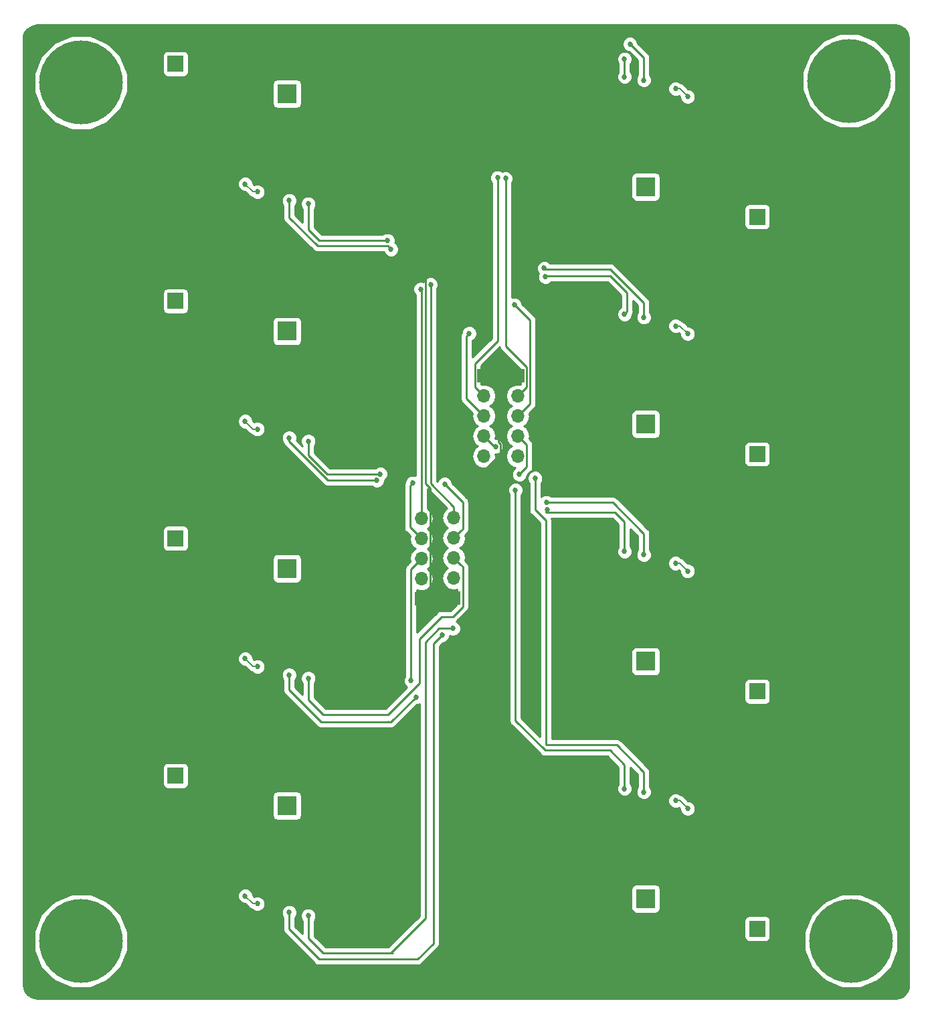
<source format=gbl>
G04 #@! TF.GenerationSoftware,KiCad,Pcbnew,5.0.0*
G04 #@! TF.CreationDate,2018-08-14T07:29:03-04:00*
G04 #@! TF.ProjectId,peripherals,7065726970686572616C732E6B696361,rev?*
G04 #@! TF.SameCoordinates,Original*
G04 #@! TF.FileFunction,Copper,L2,Bot,Signal*
G04 #@! TF.FilePolarity,Positive*
%FSLAX46Y46*%
G04 Gerber Fmt 4.6, Leading zero omitted, Abs format (unit mm)*
G04 Created by KiCad (PCBNEW 5.0.0) date Tue Aug 14 07:29:03 2018*
%MOMM*%
%LPD*%
G01*
G04 APERTURE LIST*
G04 #@! TA.AperFunction,ComponentPad*
%ADD10C,10.600000*%
G04 #@! TD*
G04 #@! TA.AperFunction,ComponentPad*
%ADD11R,1.700000X1.700000*%
G04 #@! TD*
G04 #@! TA.AperFunction,ComponentPad*
%ADD12O,1.700000X1.700000*%
G04 #@! TD*
G04 #@! TA.AperFunction,ComponentPad*
%ADD13R,2.000000X2.000000*%
G04 #@! TD*
G04 #@! TA.AperFunction,ComponentPad*
%ADD14C,2.000000*%
G04 #@! TD*
G04 #@! TA.AperFunction,ComponentPad*
%ADD15R,2.400000X2.400000*%
G04 #@! TD*
G04 #@! TA.AperFunction,ComponentPad*
%ADD16C,2.400000*%
G04 #@! TD*
G04 #@! TA.AperFunction,SMDPad,CuDef*
%ADD17R,8.000000X6.000000*%
G04 #@! TD*
G04 #@! TA.AperFunction,ViaPad*
%ADD18C,0.685800*%
G04 #@! TD*
G04 #@! TA.AperFunction,Conductor*
%ADD19C,0.762000*%
G04 #@! TD*
G04 #@! TA.AperFunction,Conductor*
%ADD20C,0.254000*%
G04 #@! TD*
G04 #@! TA.AperFunction,Conductor*
%ADD21C,1.270000*%
G04 #@! TD*
G04 #@! TA.AperFunction,Conductor*
%ADD22C,0.508000*%
G04 #@! TD*
G04 #@! TA.AperFunction,Conductor*
%ADD23C,0.152400*%
G04 #@! TD*
G04 APERTURE END LIST*
D10*
G04 #@! TO.P,MH104,1*
G04 #@! TO.N,N/C*
X139500000Y-164000000D03*
G04 #@! TD*
G04 #@! TO.P,MH103,1*
G04 #@! TO.N,N/C*
X139250000Y-55250000D03*
G04 #@! TD*
G04 #@! TO.P,MH101,1*
G04 #@! TO.N,N/C*
X42000000Y-164000000D03*
G04 #@! TD*
G04 #@! TO.P,MH102,1*
G04 #@! TO.N,N/C*
X42000000Y-55500000D03*
G04 #@! TD*
D11*
G04 #@! TO.P,J101,1*
G04 #@! TO.N,GND*
X85100000Y-120750000D03*
D12*
G04 #@! TO.P,J101,2*
G04 #@! TO.N,/sheet5B6E69C4/IN*
X85100000Y-118210000D03*
G04 #@! TO.P,J101,3*
G04 #@! TO.N,/sheet5B6E69C3/IN*
X85100000Y-115670000D03*
G04 #@! TO.P,J101,4*
G04 #@! TO.N,/sheet5B6E69B5/IN*
X85100000Y-113130000D03*
G04 #@! TO.P,J101,5*
G04 #@! TO.N,/Sheet5B7230C3/IN*
X85100000Y-110590000D03*
G04 #@! TD*
G04 #@! TO.P,J102,5*
G04 #@! TO.N,/sheet5B6E6A5A/IN*
X97300000Y-102710000D03*
G04 #@! TO.P,J102,4*
G04 #@! TO.N,/sheet5B6E6A5B/IN*
X97300000Y-100170000D03*
G04 #@! TO.P,J102,3*
G04 #@! TO.N,/sheet5B6E6A5C/IN*
X97300000Y-97630000D03*
G04 #@! TO.P,J102,2*
G04 #@! TO.N,/sheet5B6E6A5D/IN*
X97300000Y-95090000D03*
D11*
G04 #@! TO.P,J102,1*
G04 #@! TO.N,GND*
X97300000Y-92550000D03*
G04 #@! TD*
G04 #@! TO.P,J107,1*
G04 #@! TO.N,GND*
X89200000Y-120650000D03*
D12*
G04 #@! TO.P,J107,2*
G04 #@! TO.N,/sheet5B6E69C4/EN*
X89200000Y-118110000D03*
G04 #@! TO.P,J107,3*
G04 #@! TO.N,/sheet5B6E69C3/EN*
X89200000Y-115570000D03*
G04 #@! TO.P,J107,4*
G04 #@! TO.N,/sheet5B6E69B5/EN*
X89200000Y-113030000D03*
G04 #@! TO.P,J107,5*
G04 #@! TO.N,/Sheet5B7230C3/EN*
X89200000Y-110490000D03*
G04 #@! TD*
G04 #@! TO.P,J108,5*
G04 #@! TO.N,/sheet5B6E6A5A/EN*
X93000000Y-102710000D03*
G04 #@! TO.P,J108,4*
G04 #@! TO.N,/sheet5B6E6A5B/EN*
X93000000Y-100170000D03*
G04 #@! TO.P,J108,3*
G04 #@! TO.N,/sheet5B6E6A5C/EN*
X93000000Y-97630000D03*
G04 #@! TO.P,J108,2*
G04 #@! TO.N,/sheet5B6E6A5D/EN*
X93000000Y-95090000D03*
D11*
G04 #@! TO.P,J108,1*
G04 #@! TO.N,GND*
X93000000Y-92550000D03*
G04 #@! TD*
D13*
G04 #@! TO.P,C703,1*
G04 #@! TO.N,+BATT*
X127600000Y-132450000D03*
D14*
G04 #@! TO.P,C703,2*
G04 #@! TO.N,GND*
X122600000Y-132450000D03*
G04 #@! TD*
D13*
G04 #@! TO.P,C203,1*
G04 #@! TO.N,+BATT*
X54000000Y-53100000D03*
D14*
G04 #@! TO.P,C203,2*
G04 #@! TO.N,GND*
X59000000Y-53100000D03*
G04 #@! TD*
D13*
G04 #@! TO.P,C603,1*
G04 #@! TO.N,+BATT*
X127600000Y-162450000D03*
D14*
G04 #@! TO.P,C603,2*
G04 #@! TO.N,GND*
X122600000Y-162450000D03*
G04 #@! TD*
D13*
G04 #@! TO.P,C803,1*
G04 #@! TO.N,+BATT*
X127600000Y-102450000D03*
D14*
G04 #@! TO.P,C803,2*
G04 #@! TO.N,GND*
X122600000Y-102450000D03*
G04 #@! TD*
D13*
G04 #@! TO.P,C903,1*
G04 #@! TO.N,+BATT*
X127600000Y-72450000D03*
D14*
G04 #@! TO.P,C903,2*
G04 #@! TO.N,GND*
X122600000Y-72450000D03*
G04 #@! TD*
D13*
G04 #@! TO.P,C503,1*
G04 #@! TO.N,+BATT*
X54000000Y-143100000D03*
D14*
G04 #@! TO.P,C503,2*
G04 #@! TO.N,GND*
X59000000Y-143100000D03*
G04 #@! TD*
D13*
G04 #@! TO.P,C303,1*
G04 #@! TO.N,+BATT*
X54000000Y-83100000D03*
D14*
G04 #@! TO.P,C303,2*
G04 #@! TO.N,GND*
X59000000Y-83100000D03*
G04 #@! TD*
D13*
G04 #@! TO.P,C403,1*
G04 #@! TO.N,+BATT*
X54000000Y-113100000D03*
D14*
G04 #@! TO.P,C403,2*
G04 #@! TO.N,GND*
X59000000Y-113100000D03*
G04 #@! TD*
D15*
G04 #@! TO.P,C404,1*
G04 #@! TO.N,+BATT*
X68100000Y-116900000D03*
D16*
G04 #@! TO.P,C404,2*
G04 #@! TO.N,GND*
X75600000Y-116900000D03*
G04 #@! TD*
D15*
G04 #@! TO.P,C604,1*
G04 #@! TO.N,+BATT*
X113500000Y-158650000D03*
D16*
G04 #@! TO.P,C604,2*
G04 #@! TO.N,GND*
X106000000Y-158650000D03*
G04 #@! TD*
D15*
G04 #@! TO.P,C304,1*
G04 #@! TO.N,+BATT*
X68100000Y-86900000D03*
D16*
G04 #@! TO.P,C304,2*
G04 #@! TO.N,GND*
X75600000Y-86900000D03*
G04 #@! TD*
D15*
G04 #@! TO.P,C204,1*
G04 #@! TO.N,+BATT*
X68100000Y-56900000D03*
D16*
G04 #@! TO.P,C204,2*
G04 #@! TO.N,GND*
X75600000Y-56900000D03*
G04 #@! TD*
D15*
G04 #@! TO.P,C704,1*
G04 #@! TO.N,+BATT*
X113500000Y-128650000D03*
D16*
G04 #@! TO.P,C704,2*
G04 #@! TO.N,GND*
X106000000Y-128650000D03*
G04 #@! TD*
D15*
G04 #@! TO.P,C904,1*
G04 #@! TO.N,+BATT*
X113500000Y-68650000D03*
D16*
G04 #@! TO.P,C904,2*
G04 #@! TO.N,GND*
X106000000Y-68650000D03*
G04 #@! TD*
D15*
G04 #@! TO.P,C804,1*
G04 #@! TO.N,+BATT*
X113500000Y-98650000D03*
D16*
G04 #@! TO.P,C804,2*
G04 #@! TO.N,GND*
X106000000Y-98650000D03*
G04 #@! TD*
D15*
G04 #@! TO.P,C504,1*
G04 #@! TO.N,+BATT*
X68100000Y-146900000D03*
D16*
G04 #@! TO.P,C504,2*
G04 #@! TO.N,GND*
X75600000Y-146900000D03*
G04 #@! TD*
D17*
G04 #@! TO.P,J106,4*
G04 #@! TO.N,GND*
X40300000Y-99350000D03*
G04 #@! TO.P,J106,2*
X40300000Y-115350000D03*
G04 #@! TO.P,J106,1*
X40300000Y-123350000D03*
G04 #@! TO.P,J106,3*
X40300000Y-107350000D03*
G04 #@! TD*
G04 #@! TO.P,J105,3*
G04 #@! TO.N,GND*
X141450000Y-98300000D03*
G04 #@! TO.P,J105,1*
X141450000Y-114300000D03*
G04 #@! TO.P,J105,2*
X141450000Y-106300000D03*
G04 #@! TO.P,J105,4*
X141450000Y-90300000D03*
G04 #@! TD*
D18*
G04 #@! TO.N,GND*
X68800000Y-67500000D03*
X68800000Y-97500000D03*
X55050000Y-73500000D03*
X55700000Y-73950000D03*
X56400000Y-73400000D03*
X68800000Y-97500000D03*
X55050000Y-103500000D03*
X55700000Y-103950000D03*
X56400000Y-103400000D03*
X68800000Y-127500000D03*
X55050000Y-133500000D03*
X55700000Y-133950000D03*
X56400000Y-133400000D03*
X68800000Y-157500000D03*
X55050000Y-163500000D03*
X55700000Y-163950000D03*
X56400000Y-163400000D03*
X112800000Y-148050000D03*
X126550000Y-142050000D03*
X125900000Y-141600000D03*
X125200000Y-142150000D03*
X112800000Y-118050000D03*
X126550000Y-112050000D03*
X125900000Y-111600000D03*
X125200000Y-112150000D03*
X112800000Y-88050000D03*
X126550000Y-82050000D03*
X125900000Y-81600000D03*
X125200000Y-82150000D03*
X112800000Y-58050000D03*
X126550000Y-52050000D03*
X125900000Y-51600000D03*
X125200000Y-52150000D03*
X86229401Y-107500000D03*
X82100000Y-107050000D03*
X90600000Y-106900000D03*
X97000000Y-58000000D03*
X94000000Y-57000000D03*
X95000000Y-58000000D03*
X92000000Y-61000000D03*
X93000000Y-58000000D03*
X98000000Y-57000000D03*
X92000000Y-57000000D03*
X96000000Y-57000000D03*
X92000000Y-59000000D03*
X93000000Y-60000000D03*
X95000000Y-60000000D03*
X94000000Y-59000000D03*
X96000000Y-59000000D03*
X98000000Y-59000000D03*
X97000000Y-60000000D03*
X98000000Y-61000000D03*
X96000000Y-61000000D03*
X97000000Y-62000000D03*
X93000000Y-62000000D03*
X107500000Y-112000000D03*
X107500000Y-142000000D03*
X74000000Y-163500000D03*
X74000000Y-133500000D03*
X74000000Y-103500000D03*
X74000000Y-73500000D03*
X107500000Y-82000000D03*
X107500000Y-52000000D03*
G04 #@! TO.N,Net-(C305-Pad1)*
X64353098Y-99300000D03*
X62800000Y-98300000D03*
G04 #@! TO.N,/sheet5B6E69B5/EN*
X70800000Y-100800000D03*
X70800000Y-100800000D03*
X79900000Y-104950000D03*
X88050000Y-106250000D03*
G04 #@! TO.N,/sheet5B6E69B5/IN*
X68366114Y-100383057D03*
X68366114Y-100383057D03*
X79450000Y-105750000D03*
X84000000Y-106100000D03*
G04 #@! TO.N,/sheet5B6E6A5C/IN*
X113233886Y-85166943D03*
X100650000Y-78950000D03*
X96869584Y-83585269D03*
G04 #@! TO.N,/sheet5B6E6A5C/EN*
X110800000Y-84750000D03*
X100800000Y-80050000D03*
X91150000Y-87200000D03*
G04 #@! TO.N,Net-(C805-Pad1)*
X117246902Y-86250000D03*
X118800000Y-87250000D03*
G04 #@! TO.N,Net-(C705-Pad1)*
X117246902Y-116250000D03*
X118800000Y-117250000D03*
G04 #@! TO.N,/sheet5B6E6A5B/EN*
X110800000Y-114750000D03*
X101000000Y-109500000D03*
X94500000Y-101500000D03*
G04 #@! TO.N,/sheet5B6E6A5B/IN*
X113233886Y-115166943D03*
X97500000Y-105000000D03*
X100937428Y-108557347D03*
G04 #@! TO.N,/sheet5B6E6A5A/IN*
X113233886Y-145166943D03*
X99500000Y-105500000D03*
G04 #@! TO.N,/sheet5B6E6A5A/EN*
X110800000Y-144750000D03*
X97000000Y-107000000D03*
G04 #@! TO.N,Net-(C605-Pad1)*
X117246902Y-146250000D03*
X118800000Y-147250000D03*
G04 #@! TO.N,Net-(C405-Pad1)*
X64353098Y-129300000D03*
X62800000Y-128300000D03*
G04 #@! TO.N,/sheet5B6E69C3/EN*
X70800000Y-130800000D03*
G04 #@! TO.N,/sheet5B6E69C3/IN*
X68366114Y-130383057D03*
X84400000Y-133150000D03*
X83800000Y-131100000D03*
G04 #@! TO.N,/sheet5B6E6A5D/IN*
X95750000Y-67600000D03*
X113233886Y-55166943D03*
X111500000Y-50622310D03*
G04 #@! TO.N,/sheet5B6E6A5D/EN*
X110800000Y-54750000D03*
X94750000Y-67500000D03*
X110800000Y-52500000D03*
G04 #@! TO.N,Net-(C905-Pad1)*
X117246902Y-56250000D03*
X118800000Y-57250000D03*
G04 #@! TO.N,Net-(C205-Pad1)*
X64353098Y-69300000D03*
X62800000Y-68300000D03*
G04 #@! TO.N,/Sheet5B7230C3/EN*
X70800000Y-70800000D03*
X80800000Y-75450000D03*
X86272310Y-81014887D03*
G04 #@! TO.N,/Sheet5B7230C3/IN*
X68366114Y-70383057D03*
X81250000Y-76550000D03*
X85027690Y-81599068D03*
G04 #@! TO.N,/sheet5B6E69C4/IN*
X68366114Y-160383057D03*
X87700000Y-125350000D03*
G04 #@! TO.N,/sheet5B6E69C4/EN*
X70800000Y-160800000D03*
X89100000Y-124500000D03*
G04 #@! TO.N,Net-(C505-Pad1)*
X64353098Y-159300000D03*
X62800000Y-158300000D03*
G04 #@! TD*
D19*
G04 #@! TO.N,GND*
X71200000Y-67500000D02*
X68800000Y-67500000D01*
X73300000Y-69600000D02*
X71200000Y-67500000D01*
X75600000Y-60700000D02*
X75600000Y-56900000D01*
X71200000Y-97500000D02*
X68800000Y-97500000D01*
X73300000Y-99600000D02*
X71200000Y-97500000D01*
X75600000Y-90700000D02*
X75600000Y-86900000D01*
X75600000Y-120700000D02*
X75600000Y-116900000D01*
X71200000Y-97500000D02*
X68800000Y-97500000D01*
X73300000Y-99600000D02*
X71200000Y-97500000D01*
X68800000Y-97500000D02*
X75600000Y-90700000D01*
X75600000Y-120700000D02*
X75600000Y-116900000D01*
X73300000Y-133900000D02*
X73300000Y-129600000D01*
X71200000Y-127500000D02*
X68800000Y-127500000D01*
X73300000Y-129600000D02*
X71200000Y-127500000D01*
X68800000Y-127500000D02*
X75600000Y-120700000D01*
X75600000Y-150700000D02*
X75600000Y-146900000D01*
X68800000Y-157500000D02*
X75600000Y-150700000D01*
X106000000Y-154850000D02*
X106000000Y-158650000D01*
X112800000Y-148050000D02*
X106000000Y-154850000D01*
X106000000Y-124850000D02*
X106000000Y-128650000D01*
X112800000Y-118050000D02*
X106000000Y-124850000D01*
X108300000Y-111650000D02*
X108300000Y-115950000D01*
X110400000Y-118050000D02*
X112800000Y-118050000D01*
X108300000Y-115950000D02*
X110400000Y-118050000D01*
X112800000Y-118050000D02*
X106000000Y-124850000D01*
X106000000Y-94850000D02*
X106000000Y-98650000D01*
X112800000Y-88050000D02*
X106000000Y-94850000D01*
X106000000Y-64850000D02*
X106000000Y-68650000D01*
X112800000Y-58050000D02*
X106000000Y-64850000D01*
D20*
X86204000Y-120750000D02*
X86229401Y-120724599D01*
X85100000Y-120750000D02*
X86204000Y-120750000D01*
X86229401Y-106729401D02*
X85650000Y-106150000D01*
X88096000Y-120650000D02*
X86296000Y-118850000D01*
X86296000Y-118850000D02*
X86229401Y-118850000D01*
X89200000Y-120650000D02*
X88096000Y-120650000D01*
X86229401Y-120724599D02*
X86229401Y-118850000D01*
X86229401Y-118850000D02*
X86229401Y-107500000D01*
X86229401Y-107500000D02*
X86229401Y-106729401D01*
X85650000Y-76850000D02*
X85650000Y-75350000D01*
X85650000Y-106150000D02*
X85650000Y-75350000D01*
X75600000Y-86900000D02*
X85650000Y-76850000D01*
X85650000Y-75350000D02*
X85650000Y-67250000D01*
X94104000Y-92550000D02*
X94850000Y-93296000D01*
X93000000Y-92550000D02*
X94104000Y-92550000D01*
D21*
X71800000Y-143100000D02*
X75600000Y-146900000D01*
X59000000Y-143100000D02*
X71800000Y-143100000D01*
X56400000Y-140500000D02*
X59000000Y-143100000D01*
X55050000Y-137600000D02*
X56400000Y-138950000D01*
X55050000Y-133500000D02*
X55050000Y-137600000D01*
X56400000Y-133400000D02*
X56400000Y-138950000D01*
X56400000Y-138950000D02*
X56400000Y-140500000D01*
X56742899Y-133057101D02*
X56742899Y-129857101D01*
X56400000Y-133400000D02*
X56742899Y-133057101D01*
X63050000Y-123550000D02*
X72750000Y-123550000D01*
X56742899Y-129857101D02*
X63050000Y-123550000D01*
D19*
X68800000Y-127500000D02*
X72750000Y-123550000D01*
X72750000Y-123550000D02*
X75600000Y-120700000D01*
D21*
X60414213Y-113100000D02*
X59000000Y-113100000D01*
X75600000Y-115202944D02*
X73497056Y-113100000D01*
X73497056Y-113100000D02*
X60414213Y-113100000D01*
X75600000Y-116900000D02*
X75600000Y-115202944D01*
X59000000Y-113100000D02*
X59000000Y-106800000D01*
X59000000Y-106800000D02*
X58550000Y-106800000D01*
X55350000Y-104050000D02*
X55150000Y-103850000D01*
X55800000Y-104050000D02*
X55350000Y-104050000D01*
X58550000Y-106800000D02*
X55150000Y-103850000D01*
X58550000Y-106800000D02*
X58550000Y-95050000D01*
X59050000Y-94550000D02*
X71750000Y-94550000D01*
X58550000Y-95050000D02*
X59050000Y-94550000D01*
D19*
X68800000Y-97500000D02*
X71750000Y-94550000D01*
X71750000Y-94550000D02*
X75600000Y-90700000D01*
D21*
X71800000Y-83100000D02*
X75600000Y-86900000D01*
X59000000Y-83100000D02*
X71800000Y-83100000D01*
X56184933Y-73950000D02*
X55700000Y-73950000D01*
X56950000Y-73950000D02*
X56184933Y-73950000D01*
X59000000Y-76000000D02*
X56950000Y-73950000D01*
X59000000Y-83100000D02*
X59000000Y-76000000D01*
X57665530Y-73950000D02*
X60300000Y-71315530D01*
X56184933Y-73950000D02*
X57665530Y-73950000D01*
X60300000Y-71315530D02*
X60300000Y-65550000D01*
X60300000Y-65550000D02*
X62550000Y-63300000D01*
D19*
X68800000Y-67500000D02*
X73000000Y-63300000D01*
D21*
X62550000Y-63300000D02*
X73000000Y-63300000D01*
D19*
X73000000Y-63300000D02*
X75600000Y-60700000D01*
D21*
X74400001Y-55700001D02*
X75600000Y-56900000D01*
X70800001Y-52100001D02*
X74400001Y-55700001D01*
X59999999Y-52100001D02*
X70800001Y-52100001D01*
X59000000Y-53100000D02*
X59999999Y-52100001D01*
D20*
X95750000Y-92550000D02*
X97300000Y-92550000D01*
X94850000Y-93450000D02*
X95750000Y-92550000D01*
X94850000Y-93296000D02*
X94850000Y-93450000D01*
X85750000Y-67250000D02*
X92000000Y-61000000D01*
X85650000Y-67250000D02*
X85750000Y-67250000D01*
D22*
X73300000Y-72500000D02*
X74000000Y-73200000D01*
X73300000Y-69600000D02*
X73300000Y-72500000D01*
X73300000Y-102800000D02*
X74000000Y-103500000D01*
X73300000Y-99600000D02*
X73300000Y-102800000D01*
X74000000Y-155700000D02*
X72300000Y-154000000D01*
X74000000Y-163500000D02*
X74000000Y-155700000D01*
D19*
X68800000Y-157500000D02*
X72300000Y-154000000D01*
X72300000Y-154000000D02*
X75600000Y-150700000D01*
D22*
X107500000Y-148350000D02*
X110000000Y-150850000D01*
X107500000Y-142000000D02*
X107500000Y-148350000D01*
D19*
X112800000Y-148050000D02*
X110000000Y-150850000D01*
X110000000Y-150850000D02*
X106000000Y-154850000D01*
D22*
X113142899Y-147707101D02*
X113292899Y-147707101D01*
X112800000Y-148050000D02*
X113142899Y-147707101D01*
X122600000Y-138400000D02*
X122600000Y-132450000D01*
X113292899Y-147707101D02*
X122600000Y-138400000D01*
X107850000Y-111650000D02*
X108300000Y-111650000D01*
X107500000Y-112000000D02*
X107850000Y-111650000D01*
X107500000Y-82000000D02*
X109000000Y-83500000D01*
X109000000Y-83500000D02*
X109000000Y-90850000D01*
X109000000Y-90850000D02*
X109500000Y-91350000D01*
D19*
X112800000Y-88050000D02*
X109500000Y-91350000D01*
X109500000Y-91350000D02*
X106000000Y-94850000D01*
D22*
X107500000Y-58350000D02*
X110000000Y-60850000D01*
X107500000Y-52000000D02*
X107500000Y-58350000D01*
D19*
X112800000Y-58050000D02*
X110000000Y-60850000D01*
X110000000Y-60850000D02*
X106000000Y-64850000D01*
D22*
X113142899Y-87707101D02*
X113142899Y-87357101D01*
X112800000Y-88050000D02*
X113142899Y-87707101D01*
X122600000Y-77900000D02*
X122600000Y-72450000D01*
X113142899Y-87357101D02*
X122600000Y-77900000D01*
D20*
X95122301Y-101201295D02*
X95122301Y-102377699D01*
X95122301Y-102377699D02*
X90942899Y-106557101D01*
X94850000Y-100928994D02*
X95122301Y-101201295D01*
X90942899Y-106557101D02*
X90600000Y-106900000D01*
X94850000Y-93450000D02*
X94850000Y-100928994D01*
D23*
G04 #@! TO.N,Net-(C305-Pad1)*
X63800000Y-99300000D02*
X62800000Y-98300000D01*
X64353098Y-99300000D02*
X63800000Y-99300000D01*
D20*
G04 #@! TO.N,/sheet5B6E69B5/EN*
X70800000Y-100800000D02*
X70800000Y-102583440D01*
X73166560Y-104950000D02*
X79900000Y-104950000D01*
X70800000Y-102583440D02*
X73166560Y-104950000D01*
X90049999Y-112180001D02*
X89200000Y-113030000D01*
X90329401Y-111900599D02*
X90049999Y-112180001D01*
X90329401Y-108529401D02*
X90329401Y-111900599D01*
X88050000Y-106250000D02*
X90329401Y-108529401D01*
G04 #@! TO.N,/sheet5B6E69B5/IN*
X68366114Y-100383057D02*
X68366114Y-100867990D01*
X68366114Y-100867990D02*
X73248124Y-105750000D01*
X73248124Y-105750000D02*
X79450000Y-105750000D01*
X83657101Y-111687101D02*
X84250001Y-112280001D01*
X84250001Y-112280001D02*
X85100000Y-113130000D01*
X83657101Y-106442899D02*
X83657101Y-111687101D01*
X84000000Y-106100000D02*
X83657101Y-106442899D01*
G04 #@! TO.N,/sheet5B6E6A5C/IN*
X113233886Y-85166943D02*
X113233886Y-83333886D01*
X113233886Y-83333886D02*
X108950000Y-79050000D01*
X108950000Y-79050000D02*
X100800000Y-79050000D01*
X100800000Y-79050000D02*
X100750000Y-79050000D01*
X100750000Y-79050000D02*
X100650000Y-78950000D01*
X97212483Y-83928168D02*
X96869584Y-83585269D01*
X98835812Y-96094188D02*
X98835812Y-85551497D01*
X98835812Y-85551497D02*
X97212483Y-83928168D01*
X97300000Y-97630000D02*
X98835812Y-96094188D01*
G04 #@! TO.N,/sheet5B6E6A5C/EN*
X111142899Y-84407101D02*
X111142899Y-82042899D01*
X110800000Y-84750000D02*
X111142899Y-84407101D01*
X111142899Y-82042899D02*
X109000000Y-79900000D01*
X109000000Y-79900000D02*
X100800000Y-79900000D01*
X100800000Y-79900000D02*
X100800000Y-80050000D01*
X92150001Y-96780001D02*
X93000000Y-97630000D01*
X90807101Y-95437101D02*
X92150001Y-96780001D01*
X90807101Y-87542899D02*
X90807101Y-95437101D01*
X91150000Y-87200000D02*
X90807101Y-87542899D01*
D23*
G04 #@! TO.N,Net-(C805-Pad1)*
X117800000Y-86250000D02*
X118800000Y-87250000D01*
X117246902Y-86250000D02*
X117800000Y-86250000D01*
G04 #@! TO.N,Net-(C705-Pad1)*
X117800000Y-116250000D02*
X118800000Y-117250000D01*
X117246902Y-116250000D02*
X117800000Y-116250000D01*
D20*
G04 #@! TO.N,/sheet5B6E6A5B/EN*
X110800000Y-114750000D02*
X110800000Y-111000000D01*
X110800000Y-111000000D02*
X109600000Y-109800000D01*
X109600000Y-109800000D02*
X100850000Y-109800000D01*
X100850000Y-109650000D02*
X101000000Y-109500000D01*
X100850000Y-109800000D02*
X100850000Y-109650000D01*
X94330000Y-101500000D02*
X93000000Y-100170000D01*
X94500000Y-101500000D02*
X94330000Y-101500000D01*
G04 #@! TO.N,/sheet5B6E6A5B/IN*
X98149999Y-101019999D02*
X97300000Y-100170000D01*
X98429401Y-101299401D02*
X98149999Y-101019999D01*
X98429401Y-104070599D02*
X98429401Y-101299401D01*
X97500000Y-105000000D02*
X98429401Y-104070599D01*
X113233886Y-112483886D02*
X109307347Y-108557347D01*
X109307347Y-108557347D02*
X101422361Y-108557347D01*
X113233886Y-115166943D02*
X113233886Y-112483886D01*
X101422361Y-108557347D02*
X100937428Y-108557347D01*
G04 #@! TO.N,/sheet5B6E6A5A/IN*
X113233886Y-145166943D02*
X113233886Y-142633886D01*
X113233886Y-142633886D02*
X109800000Y-139200000D01*
X109800000Y-139200000D02*
X100850000Y-139200000D01*
X100850000Y-139200000D02*
X100850000Y-110850000D01*
X100850000Y-110850000D02*
X99500000Y-109500000D01*
X99500000Y-109500000D02*
X99500000Y-105500000D01*
G04 #@! TO.N,/sheet5B6E6A5A/EN*
X110800000Y-144750000D02*
X110800000Y-141750000D01*
X110800000Y-141750000D02*
X108950000Y-139900000D01*
X108950000Y-139900000D02*
X100750000Y-139900000D01*
X97000000Y-136150000D02*
X100750000Y-139900000D01*
X97000000Y-107000000D02*
X97000000Y-136150000D01*
D23*
G04 #@! TO.N,Net-(C605-Pad1)*
X117800000Y-146250000D02*
X118800000Y-147250000D01*
X117246902Y-146250000D02*
X117800000Y-146250000D01*
G04 #@! TO.N,Net-(C405-Pad1)*
X63800000Y-129300000D02*
X62800000Y-128300000D01*
X64353098Y-129300000D02*
X63800000Y-129300000D01*
D20*
G04 #@! TO.N,/sheet5B6E69C3/EN*
X70800000Y-130800000D02*
X70800000Y-133500000D01*
X70800000Y-133500000D02*
X72700000Y-135400000D01*
X72700000Y-135400000D02*
X80850000Y-135400000D01*
X80850000Y-135400000D02*
X84850000Y-131400000D01*
X84850000Y-131400000D02*
X84850000Y-125800000D01*
X84850000Y-125800000D02*
X87650000Y-123000000D01*
X90049999Y-116419999D02*
X89200000Y-115570000D01*
X90329401Y-116699401D02*
X90049999Y-116419999D01*
X90329401Y-121723521D02*
X90329401Y-116699401D01*
X89052922Y-123000000D02*
X90329401Y-121723521D01*
X87650000Y-123000000D02*
X89052922Y-123000000D01*
G04 #@! TO.N,/sheet5B6E69C3/IN*
X68366114Y-130383057D02*
X68366114Y-132266114D01*
X68366114Y-132266114D02*
X72400000Y-136300000D01*
X72400000Y-136300000D02*
X80900000Y-136300000D01*
X80900000Y-136300000D02*
X80900000Y-136250000D01*
X80900000Y-136300000D02*
X81250000Y-136300000D01*
X81250000Y-136300000D02*
X84400000Y-133150000D01*
X83800000Y-116970000D02*
X85100000Y-115670000D01*
X83800000Y-131100000D02*
X83800000Y-116970000D01*
G04 #@! TO.N,/sheet5B6E6A5D/IN*
X98429401Y-91476479D02*
X98429401Y-93960599D01*
X98429401Y-93960599D02*
X98149999Y-94240001D01*
X95750000Y-67600000D02*
X95750000Y-88797078D01*
X98149999Y-94240001D02*
X97300000Y-95090000D01*
X95750000Y-88797078D02*
X98429401Y-91476479D01*
X111842899Y-50965209D02*
X111500000Y-50622310D01*
X113233886Y-52356196D02*
X111842899Y-50965209D01*
X113233886Y-55166943D02*
X113233886Y-52356196D01*
G04 #@! TO.N,/sheet5B6E6A5D/EN*
X94750000Y-67500000D02*
X94750000Y-88100000D01*
X92150001Y-94240001D02*
X93000000Y-95090000D01*
X91870599Y-93960599D02*
X92150001Y-94240001D01*
X91870599Y-90979401D02*
X91870599Y-93960599D01*
X94750000Y-88100000D02*
X91870599Y-90979401D01*
X110800000Y-54750000D02*
X110800000Y-52500000D01*
D23*
G04 #@! TO.N,Net-(C905-Pad1)*
X117800000Y-56250000D02*
X118800000Y-57250000D01*
X117246902Y-56250000D02*
X117800000Y-56250000D01*
G04 #@! TO.N,Net-(C205-Pad1)*
X63800000Y-69300000D02*
X62800000Y-68300000D01*
X64353098Y-69300000D02*
X63800000Y-69300000D01*
D20*
G04 #@! TO.N,/Sheet5B7230C3/EN*
X70800000Y-70800000D02*
X70800000Y-74050000D01*
X70800000Y-74050000D02*
X72200000Y-75450000D01*
X72200000Y-75450000D02*
X80800000Y-75450000D01*
X86272310Y-106197560D02*
X86272310Y-81499820D01*
X89200000Y-109125250D02*
X86272310Y-106197560D01*
X89200000Y-110490000D02*
X89200000Y-109125250D01*
X86272310Y-81499820D02*
X86272310Y-81014887D01*
G04 #@! TO.N,/Sheet5B7230C3/IN*
X68366114Y-70383057D02*
X68366114Y-72566114D01*
X68366114Y-72566114D02*
X71950000Y-76150000D01*
X71950000Y-76150000D02*
X80850000Y-76150000D01*
X80850000Y-76150000D02*
X81250000Y-76550000D01*
X85100000Y-81671378D02*
X85027690Y-81599068D01*
X85100000Y-110590000D02*
X85100000Y-81671378D01*
G04 #@! TO.N,/sheet5B6E69C4/IN*
X68366114Y-160383057D02*
X68366114Y-162516114D01*
X68366114Y-162516114D02*
X72150000Y-166300000D01*
X72150000Y-166300000D02*
X81500000Y-166300000D01*
X81500000Y-166300000D02*
X84600000Y-166300000D01*
X84600000Y-166300000D02*
X86600000Y-164300000D01*
X86600000Y-164300000D02*
X86600000Y-126450000D01*
X86600000Y-126450000D02*
X87700000Y-125350000D01*
G04 #@! TO.N,/sheet5B6E69C4/EN*
X70800000Y-160800000D02*
X70800000Y-163700000D01*
X70800000Y-163700000D02*
X72550000Y-165450000D01*
X72550000Y-165450000D02*
X72650000Y-165550000D01*
X81200000Y-165550000D02*
X85600000Y-161150000D01*
X72650000Y-165550000D02*
X81200000Y-165550000D01*
X81200000Y-165550000D02*
X81500000Y-165550000D01*
X85600000Y-161150000D02*
X85600000Y-126200000D01*
X85600000Y-126200000D02*
X87300000Y-124500000D01*
X87300000Y-124500000D02*
X89100000Y-124500000D01*
D23*
G04 #@! TO.N,Net-(C505-Pad1)*
X63800000Y-159300000D02*
X62800000Y-158300000D01*
X64353098Y-159300000D02*
X63800000Y-159300000D01*
G04 #@! TD*
D20*
G04 #@! TO.N,GND*
G36*
X145443452Y-48272873D02*
X145859037Y-48437415D01*
X146220649Y-48700142D01*
X146505562Y-49044542D01*
X146695873Y-49448974D01*
X146785976Y-49921311D01*
X146788800Y-50011169D01*
X146788801Y-169455248D01*
X146727127Y-169943452D01*
X146562584Y-170359039D01*
X146299859Y-170720649D01*
X145955458Y-171005561D01*
X145551024Y-171195873D01*
X145078689Y-171285976D01*
X144988830Y-171288800D01*
X36544744Y-171288800D01*
X36056548Y-171227127D01*
X35640961Y-171062584D01*
X35279351Y-170799859D01*
X34994439Y-170455458D01*
X34804127Y-170051024D01*
X34714024Y-169578689D01*
X34711200Y-169488830D01*
X34711200Y-162819455D01*
X36065000Y-162819455D01*
X36065000Y-165180545D01*
X36968550Y-167361908D01*
X38638092Y-169031450D01*
X40819455Y-169935000D01*
X43180545Y-169935000D01*
X45361908Y-169031450D01*
X47031450Y-167361908D01*
X47935000Y-165180545D01*
X47935000Y-162819455D01*
X47031450Y-160638092D01*
X45361908Y-158968550D01*
X43278283Y-158105484D01*
X61822100Y-158105484D01*
X61822100Y-158494516D01*
X61970977Y-158853936D01*
X62246064Y-159129023D01*
X62605484Y-159277900D01*
X62772112Y-159277900D01*
X63247578Y-159753367D01*
X63287254Y-159812746D01*
X63346633Y-159852422D01*
X63346635Y-159852424D01*
X63462336Y-159929733D01*
X63522504Y-159969936D01*
X63669268Y-159999129D01*
X63799162Y-160129023D01*
X64158582Y-160277900D01*
X64547614Y-160277900D01*
X64907034Y-160129023D01*
X65182121Y-159853936D01*
X65330998Y-159494516D01*
X65330998Y-159105484D01*
X65182121Y-158746064D01*
X64907034Y-158470977D01*
X64547614Y-158322100D01*
X64158582Y-158322100D01*
X63924747Y-158418958D01*
X63777900Y-158272112D01*
X63777900Y-158105484D01*
X63629023Y-157746064D01*
X63353936Y-157470977D01*
X62994516Y-157322100D01*
X62605484Y-157322100D01*
X62246064Y-157470977D01*
X61970977Y-157746064D01*
X61822100Y-158105484D01*
X43278283Y-158105484D01*
X43180545Y-158065000D01*
X40819455Y-158065000D01*
X38638092Y-158968550D01*
X36968550Y-160638092D01*
X36065000Y-162819455D01*
X34711200Y-162819455D01*
X34711200Y-145700000D01*
X66252560Y-145700000D01*
X66252560Y-148100000D01*
X66301843Y-148347765D01*
X66442191Y-148557809D01*
X66652235Y-148698157D01*
X66900000Y-148747440D01*
X69300000Y-148747440D01*
X69547765Y-148698157D01*
X69757809Y-148557809D01*
X69898157Y-148347765D01*
X69947440Y-148100000D01*
X69947440Y-145700000D01*
X69898157Y-145452235D01*
X69757809Y-145242191D01*
X69547765Y-145101843D01*
X69300000Y-145052560D01*
X66900000Y-145052560D01*
X66652235Y-145101843D01*
X66442191Y-145242191D01*
X66301843Y-145452235D01*
X66252560Y-145700000D01*
X34711200Y-145700000D01*
X34711200Y-142100000D01*
X52352560Y-142100000D01*
X52352560Y-144100000D01*
X52401843Y-144347765D01*
X52542191Y-144557809D01*
X52752235Y-144698157D01*
X53000000Y-144747440D01*
X55000000Y-144747440D01*
X55247765Y-144698157D01*
X55457809Y-144557809D01*
X55598157Y-144347765D01*
X55647440Y-144100000D01*
X55647440Y-142100000D01*
X55598157Y-141852235D01*
X55457809Y-141642191D01*
X55247765Y-141501843D01*
X55000000Y-141452560D01*
X53000000Y-141452560D01*
X52752235Y-141501843D01*
X52542191Y-141642191D01*
X52401843Y-141852235D01*
X52352560Y-142100000D01*
X34711200Y-142100000D01*
X34711200Y-128105484D01*
X61822100Y-128105484D01*
X61822100Y-128494516D01*
X61970977Y-128853936D01*
X62246064Y-129129023D01*
X62605484Y-129277900D01*
X62772112Y-129277900D01*
X63247578Y-129753367D01*
X63287254Y-129812746D01*
X63346633Y-129852422D01*
X63346635Y-129852424D01*
X63462336Y-129929733D01*
X63522504Y-129969936D01*
X63669268Y-129999129D01*
X63799162Y-130129023D01*
X64158582Y-130277900D01*
X64547614Y-130277900D01*
X64763345Y-130188541D01*
X67388214Y-130188541D01*
X67388214Y-130577573D01*
X67537091Y-130936993D01*
X67604114Y-131004016D01*
X67604115Y-132191066D01*
X67589187Y-132266114D01*
X67604115Y-132341162D01*
X67648327Y-132563431D01*
X67816744Y-132815485D01*
X67880365Y-132857995D01*
X71808118Y-136785749D01*
X71850629Y-136849371D01*
X71914251Y-136891882D01*
X72102681Y-137017787D01*
X72102682Y-137017787D01*
X72102683Y-137017788D01*
X72324952Y-137062000D01*
X72324956Y-137062000D01*
X72399999Y-137076927D01*
X72475042Y-137062000D01*
X80824952Y-137062000D01*
X80900000Y-137076928D01*
X80975048Y-137062000D01*
X81174957Y-137062000D01*
X81250000Y-137076927D01*
X81325043Y-137062000D01*
X81325048Y-137062000D01*
X81547317Y-137017788D01*
X81799371Y-136849371D01*
X81841883Y-136785747D01*
X84499731Y-134127900D01*
X84594516Y-134127900D01*
X84838001Y-134027045D01*
X84838000Y-160834369D01*
X80884370Y-164788000D01*
X72965631Y-164788000D01*
X71562000Y-163384370D01*
X71562000Y-161420959D01*
X71629023Y-161353936D01*
X71777900Y-160994516D01*
X71777900Y-160605484D01*
X71629023Y-160246064D01*
X71353936Y-159970977D01*
X70994516Y-159822100D01*
X70605484Y-159822100D01*
X70246064Y-159970977D01*
X69970977Y-160246064D01*
X69822100Y-160605484D01*
X69822100Y-160994516D01*
X69970977Y-161353936D01*
X70038000Y-161420959D01*
X70038001Y-163110370D01*
X69128114Y-162200484D01*
X69128114Y-161004016D01*
X69195137Y-160936993D01*
X69344014Y-160577573D01*
X69344014Y-160188541D01*
X69195137Y-159829121D01*
X68920050Y-159554034D01*
X68560630Y-159405157D01*
X68171598Y-159405157D01*
X67812178Y-159554034D01*
X67537091Y-159829121D01*
X67388214Y-160188541D01*
X67388214Y-160577573D01*
X67537091Y-160936993D01*
X67604114Y-161004016D01*
X67604115Y-162441066D01*
X67589187Y-162516114D01*
X67604115Y-162591162D01*
X67648327Y-162813431D01*
X67816744Y-163065485D01*
X67880365Y-163107995D01*
X71558118Y-166785749D01*
X71600629Y-166849371D01*
X71852683Y-167017788D01*
X72074952Y-167062000D01*
X72074957Y-167062000D01*
X72150000Y-167076927D01*
X72225043Y-167062000D01*
X84524957Y-167062000D01*
X84600000Y-167076927D01*
X84675043Y-167062000D01*
X84675048Y-167062000D01*
X84897317Y-167017788D01*
X85149371Y-166849371D01*
X85191883Y-166785747D01*
X87085750Y-164891881D01*
X87149371Y-164849371D01*
X87317788Y-164597317D01*
X87362000Y-164375048D01*
X87362000Y-164375044D01*
X87376927Y-164300001D01*
X87362000Y-164224958D01*
X87362000Y-161450000D01*
X125952560Y-161450000D01*
X125952560Y-163450000D01*
X126001843Y-163697765D01*
X126142191Y-163907809D01*
X126352235Y-164048157D01*
X126600000Y-164097440D01*
X128600000Y-164097440D01*
X128847765Y-164048157D01*
X129057809Y-163907809D01*
X129198157Y-163697765D01*
X129247440Y-163450000D01*
X129247440Y-162819455D01*
X133565000Y-162819455D01*
X133565000Y-165180545D01*
X134468550Y-167361908D01*
X136138092Y-169031450D01*
X138319455Y-169935000D01*
X140680545Y-169935000D01*
X142861908Y-169031450D01*
X144531450Y-167361908D01*
X145435000Y-165180545D01*
X145435000Y-162819455D01*
X144531450Y-160638092D01*
X142861908Y-158968550D01*
X140680545Y-158065000D01*
X138319455Y-158065000D01*
X136138092Y-158968550D01*
X134468550Y-160638092D01*
X133565000Y-162819455D01*
X129247440Y-162819455D01*
X129247440Y-161450000D01*
X129198157Y-161202235D01*
X129057809Y-160992191D01*
X128847765Y-160851843D01*
X128600000Y-160802560D01*
X126600000Y-160802560D01*
X126352235Y-160851843D01*
X126142191Y-160992191D01*
X126001843Y-161202235D01*
X125952560Y-161450000D01*
X87362000Y-161450000D01*
X87362000Y-157450000D01*
X111652560Y-157450000D01*
X111652560Y-159850000D01*
X111701843Y-160097765D01*
X111842191Y-160307809D01*
X112052235Y-160448157D01*
X112300000Y-160497440D01*
X114700000Y-160497440D01*
X114947765Y-160448157D01*
X115157809Y-160307809D01*
X115298157Y-160097765D01*
X115347440Y-159850000D01*
X115347440Y-157450000D01*
X115298157Y-157202235D01*
X115157809Y-156992191D01*
X114947765Y-156851843D01*
X114700000Y-156802560D01*
X112300000Y-156802560D01*
X112052235Y-156851843D01*
X111842191Y-156992191D01*
X111701843Y-157202235D01*
X111652560Y-157450000D01*
X87362000Y-157450000D01*
X87362000Y-126765630D01*
X87799731Y-126327900D01*
X87894516Y-126327900D01*
X88253936Y-126179023D01*
X88529023Y-125903936D01*
X88677900Y-125544516D01*
X88677900Y-125383631D01*
X88905484Y-125477900D01*
X89294516Y-125477900D01*
X89653936Y-125329023D01*
X89929023Y-125053936D01*
X90077900Y-124694516D01*
X90077900Y-124305484D01*
X89929023Y-123946064D01*
X89653936Y-123670977D01*
X89509707Y-123611235D01*
X89602293Y-123549371D01*
X89644805Y-123485747D01*
X90815151Y-122315402D01*
X90878772Y-122272892D01*
X91047189Y-122020838D01*
X91091401Y-121798569D01*
X91091401Y-121798564D01*
X91106328Y-121723521D01*
X91091401Y-121648478D01*
X91091401Y-116774443D01*
X91106328Y-116699400D01*
X91091401Y-116624357D01*
X91091401Y-116624353D01*
X91047189Y-116402084D01*
X90878772Y-116150030D01*
X90815147Y-116107517D01*
X90641883Y-115934253D01*
X90641881Y-115934250D01*
X90641679Y-115934048D01*
X90714092Y-115570000D01*
X90598839Y-114990582D01*
X90270625Y-114499375D01*
X89972239Y-114300000D01*
X90270625Y-114100625D01*
X90598839Y-113609418D01*
X90714092Y-113030000D01*
X90641679Y-112665952D01*
X90641881Y-112665750D01*
X90641883Y-112665747D01*
X90815147Y-112492483D01*
X90878772Y-112449970D01*
X91047189Y-112197916D01*
X91091401Y-111975647D01*
X91091401Y-111975643D01*
X91106328Y-111900600D01*
X91091401Y-111825557D01*
X91091401Y-108604448D01*
X91106329Y-108529401D01*
X91070310Y-108348322D01*
X91047189Y-108232084D01*
X90878772Y-107980030D01*
X90815151Y-107937520D01*
X89683115Y-106805484D01*
X96022100Y-106805484D01*
X96022100Y-107194516D01*
X96170977Y-107553936D01*
X96238000Y-107620959D01*
X96238001Y-136074952D01*
X96223073Y-136150000D01*
X96282213Y-136447317D01*
X96382440Y-136597317D01*
X96450630Y-136699371D01*
X96514251Y-136741881D01*
X100158117Y-140385748D01*
X100200629Y-140449371D01*
X100452683Y-140617788D01*
X100674952Y-140662000D01*
X100674953Y-140662000D01*
X100750000Y-140676928D01*
X100825047Y-140662000D01*
X108634370Y-140662000D01*
X110038001Y-142065632D01*
X110038000Y-144129041D01*
X109970977Y-144196064D01*
X109822100Y-144555484D01*
X109822100Y-144944516D01*
X109970977Y-145303936D01*
X110246064Y-145579023D01*
X110605484Y-145727900D01*
X110994516Y-145727900D01*
X111353936Y-145579023D01*
X111629023Y-145303936D01*
X111777900Y-144944516D01*
X111777900Y-144555484D01*
X111629023Y-144196064D01*
X111562000Y-144129041D01*
X111562000Y-142039631D01*
X112471887Y-142949518D01*
X112471886Y-144545984D01*
X112404863Y-144613007D01*
X112255986Y-144972427D01*
X112255986Y-145361459D01*
X112404863Y-145720879D01*
X112679950Y-145995966D01*
X113039370Y-146144843D01*
X113428402Y-146144843D01*
X113644133Y-146055484D01*
X116269002Y-146055484D01*
X116269002Y-146444516D01*
X116417879Y-146803936D01*
X116692966Y-147079023D01*
X117052386Y-147227900D01*
X117441418Y-147227900D01*
X117675254Y-147131042D01*
X117822100Y-147277889D01*
X117822100Y-147444516D01*
X117970977Y-147803936D01*
X118246064Y-148079023D01*
X118605484Y-148227900D01*
X118994516Y-148227900D01*
X119353936Y-148079023D01*
X119629023Y-147803936D01*
X119777900Y-147444516D01*
X119777900Y-147055484D01*
X119629023Y-146696064D01*
X119353936Y-146420977D01*
X118994516Y-146272100D01*
X118827889Y-146272100D01*
X118352424Y-145796636D01*
X118312746Y-145737254D01*
X118077496Y-145580064D01*
X117930732Y-145550871D01*
X117800838Y-145420977D01*
X117441418Y-145272100D01*
X117052386Y-145272100D01*
X116692966Y-145420977D01*
X116417879Y-145696064D01*
X116269002Y-146055484D01*
X113644133Y-146055484D01*
X113787822Y-145995966D01*
X114062909Y-145720879D01*
X114211786Y-145361459D01*
X114211786Y-144972427D01*
X114062909Y-144613007D01*
X113995886Y-144545984D01*
X113995886Y-142708928D01*
X114010813Y-142633885D01*
X113995886Y-142558842D01*
X113995886Y-142558838D01*
X113951674Y-142336569D01*
X113926819Y-142299370D01*
X113825768Y-142148137D01*
X113783257Y-142084515D01*
X113719635Y-142042004D01*
X110391883Y-138714253D01*
X110349371Y-138650629D01*
X110097317Y-138482212D01*
X109875048Y-138438000D01*
X109875043Y-138438000D01*
X109800000Y-138423073D01*
X109724957Y-138438000D01*
X101612000Y-138438000D01*
X101612000Y-131450000D01*
X125952560Y-131450000D01*
X125952560Y-133450000D01*
X126001843Y-133697765D01*
X126142191Y-133907809D01*
X126352235Y-134048157D01*
X126600000Y-134097440D01*
X128600000Y-134097440D01*
X128847765Y-134048157D01*
X129057809Y-133907809D01*
X129198157Y-133697765D01*
X129247440Y-133450000D01*
X129247440Y-131450000D01*
X129198157Y-131202235D01*
X129057809Y-130992191D01*
X128847765Y-130851843D01*
X128600000Y-130802560D01*
X126600000Y-130802560D01*
X126352235Y-130851843D01*
X126142191Y-130992191D01*
X126001843Y-131202235D01*
X125952560Y-131450000D01*
X101612000Y-131450000D01*
X101612000Y-127450000D01*
X111652560Y-127450000D01*
X111652560Y-129850000D01*
X111701843Y-130097765D01*
X111842191Y-130307809D01*
X112052235Y-130448157D01*
X112300000Y-130497440D01*
X114700000Y-130497440D01*
X114947765Y-130448157D01*
X115157809Y-130307809D01*
X115298157Y-130097765D01*
X115347440Y-129850000D01*
X115347440Y-127450000D01*
X115298157Y-127202235D01*
X115157809Y-126992191D01*
X114947765Y-126851843D01*
X114700000Y-126802560D01*
X112300000Y-126802560D01*
X112052235Y-126851843D01*
X111842191Y-126992191D01*
X111701843Y-127202235D01*
X111652560Y-127450000D01*
X101612000Y-127450000D01*
X101612000Y-110925042D01*
X101626927Y-110849999D01*
X101612000Y-110774956D01*
X101612000Y-110774952D01*
X101569641Y-110562000D01*
X109284370Y-110562000D01*
X110038001Y-111315632D01*
X110038000Y-114129041D01*
X109970977Y-114196064D01*
X109822100Y-114555484D01*
X109822100Y-114944516D01*
X109970977Y-115303936D01*
X110246064Y-115579023D01*
X110605484Y-115727900D01*
X110994516Y-115727900D01*
X111353936Y-115579023D01*
X111629023Y-115303936D01*
X111777900Y-114944516D01*
X111777900Y-114555484D01*
X111629023Y-114196064D01*
X111562000Y-114129041D01*
X111562000Y-111889631D01*
X112471887Y-112799518D01*
X112471886Y-114545984D01*
X112404863Y-114613007D01*
X112255986Y-114972427D01*
X112255986Y-115361459D01*
X112404863Y-115720879D01*
X112679950Y-115995966D01*
X113039370Y-116144843D01*
X113428402Y-116144843D01*
X113644133Y-116055484D01*
X116269002Y-116055484D01*
X116269002Y-116444516D01*
X116417879Y-116803936D01*
X116692966Y-117079023D01*
X117052386Y-117227900D01*
X117441418Y-117227900D01*
X117675254Y-117131042D01*
X117822100Y-117277889D01*
X117822100Y-117444516D01*
X117970977Y-117803936D01*
X118246064Y-118079023D01*
X118605484Y-118227900D01*
X118994516Y-118227900D01*
X119353936Y-118079023D01*
X119629023Y-117803936D01*
X119777900Y-117444516D01*
X119777900Y-117055484D01*
X119629023Y-116696064D01*
X119353936Y-116420977D01*
X118994516Y-116272100D01*
X118827889Y-116272100D01*
X118352424Y-115796636D01*
X118312746Y-115737254D01*
X118077496Y-115580064D01*
X117930732Y-115550871D01*
X117800838Y-115420977D01*
X117441418Y-115272100D01*
X117052386Y-115272100D01*
X116692966Y-115420977D01*
X116417879Y-115696064D01*
X116269002Y-116055484D01*
X113644133Y-116055484D01*
X113787822Y-115995966D01*
X114062909Y-115720879D01*
X114211786Y-115361459D01*
X114211786Y-114972427D01*
X114062909Y-114613007D01*
X113995886Y-114545984D01*
X113995886Y-112558933D01*
X114010814Y-112483886D01*
X113991412Y-112386347D01*
X113951674Y-112186569D01*
X113783257Y-111934515D01*
X113719635Y-111892004D01*
X109899230Y-108071600D01*
X109856718Y-108007976D01*
X109604664Y-107839559D01*
X109382395Y-107795347D01*
X109382390Y-107795347D01*
X109307347Y-107780420D01*
X109232304Y-107795347D01*
X101558387Y-107795347D01*
X101491364Y-107728324D01*
X101131944Y-107579447D01*
X100742912Y-107579447D01*
X100383492Y-107728324D01*
X100262000Y-107849816D01*
X100262000Y-106120959D01*
X100329023Y-106053936D01*
X100477900Y-105694516D01*
X100477900Y-105305484D01*
X100329023Y-104946064D01*
X100053936Y-104670977D01*
X99694516Y-104522100D01*
X99305484Y-104522100D01*
X98946064Y-104670977D01*
X98670977Y-104946064D01*
X98522100Y-105305484D01*
X98522100Y-105694516D01*
X98670977Y-106053936D01*
X98738001Y-106120960D01*
X98738000Y-109424957D01*
X98723073Y-109500000D01*
X98738000Y-109575043D01*
X98738000Y-109575047D01*
X98782212Y-109797316D01*
X98950629Y-110049371D01*
X99014253Y-110091883D01*
X100088001Y-111165632D01*
X100088000Y-138160369D01*
X97762000Y-135834370D01*
X97762000Y-107620959D01*
X97829023Y-107553936D01*
X97977900Y-107194516D01*
X97977900Y-106805484D01*
X97829023Y-106446064D01*
X97553936Y-106170977D01*
X97194516Y-106022100D01*
X96805484Y-106022100D01*
X96446064Y-106170977D01*
X96170977Y-106446064D01*
X96022100Y-106805484D01*
X89683115Y-106805484D01*
X89027900Y-106150270D01*
X89027900Y-106055484D01*
X88879023Y-105696064D01*
X88603936Y-105420977D01*
X88244516Y-105272100D01*
X87855484Y-105272100D01*
X87496064Y-105420977D01*
X87220977Y-105696064D01*
X87111864Y-105959484D01*
X87034310Y-105881930D01*
X87034310Y-87542899D01*
X90030174Y-87542899D01*
X90045101Y-87617942D01*
X90045102Y-95362053D01*
X90030174Y-95437101D01*
X90089314Y-95734418D01*
X90177854Y-95866927D01*
X90257731Y-95986472D01*
X90321352Y-96028982D01*
X91558321Y-97265952D01*
X91485908Y-97630000D01*
X91601161Y-98209418D01*
X91929375Y-98700625D01*
X92227761Y-98900000D01*
X91929375Y-99099375D01*
X91601161Y-99590582D01*
X91485908Y-100170000D01*
X91601161Y-100749418D01*
X91929375Y-101240625D01*
X92227761Y-101440000D01*
X91929375Y-101639375D01*
X91601161Y-102130582D01*
X91485908Y-102710000D01*
X91601161Y-103289418D01*
X91929375Y-103780625D01*
X92420582Y-104108839D01*
X92853744Y-104195000D01*
X93146256Y-104195000D01*
X93579418Y-104108839D01*
X94070625Y-103780625D01*
X94398839Y-103289418D01*
X94514092Y-102710000D01*
X94467925Y-102477900D01*
X94694516Y-102477900D01*
X95053936Y-102329023D01*
X95329023Y-102053936D01*
X95477900Y-101694516D01*
X95477900Y-101305484D01*
X95329023Y-100946064D01*
X95053936Y-100670977D01*
X94694516Y-100522100D01*
X94444055Y-100522100D01*
X94514092Y-100170000D01*
X94398839Y-99590582D01*
X94070625Y-99099375D01*
X93772239Y-98900000D01*
X94070625Y-98700625D01*
X94398839Y-98209418D01*
X94514092Y-97630000D01*
X94398839Y-97050582D01*
X94070625Y-96559375D01*
X93772239Y-96360000D01*
X94070625Y-96160625D01*
X94398839Y-95669418D01*
X94514092Y-95090000D01*
X94398839Y-94510582D01*
X94070625Y-94019375D01*
X93579418Y-93691161D01*
X93146256Y-93605000D01*
X92853744Y-93605000D01*
X92635951Y-93648321D01*
X92632599Y-93644969D01*
X92632599Y-91295031D01*
X94999201Y-88928430D01*
X95032213Y-89094395D01*
X95200630Y-89346449D01*
X95264251Y-89388959D01*
X97667401Y-91792110D01*
X97667402Y-93644968D01*
X97664253Y-93648117D01*
X97664250Y-93648119D01*
X97664048Y-93648321D01*
X97446256Y-93605000D01*
X97153744Y-93605000D01*
X96720582Y-93691161D01*
X96229375Y-94019375D01*
X95901161Y-94510582D01*
X95785908Y-95090000D01*
X95901161Y-95669418D01*
X96229375Y-96160625D01*
X96527761Y-96360000D01*
X96229375Y-96559375D01*
X95901161Y-97050582D01*
X95785908Y-97630000D01*
X95901161Y-98209418D01*
X96229375Y-98700625D01*
X96527761Y-98900000D01*
X96229375Y-99099375D01*
X95901161Y-99590582D01*
X95785908Y-100170000D01*
X95901161Y-100749418D01*
X96229375Y-101240625D01*
X96527761Y-101440000D01*
X96229375Y-101639375D01*
X95901161Y-102130582D01*
X95785908Y-102710000D01*
X95901161Y-103289418D01*
X96229375Y-103780625D01*
X96720582Y-104108839D01*
X96974259Y-104159298D01*
X96946064Y-104170977D01*
X96670977Y-104446064D01*
X96522100Y-104805484D01*
X96522100Y-105194516D01*
X96670977Y-105553936D01*
X96946064Y-105829023D01*
X97305484Y-105977900D01*
X97694516Y-105977900D01*
X98053936Y-105829023D01*
X98329023Y-105553936D01*
X98477900Y-105194516D01*
X98477900Y-105099730D01*
X98915148Y-104662482D01*
X98978772Y-104619970D01*
X99147189Y-104367916D01*
X99191401Y-104145647D01*
X99191401Y-104145643D01*
X99206328Y-104070600D01*
X99191401Y-103995557D01*
X99191401Y-101450000D01*
X125952560Y-101450000D01*
X125952560Y-103450000D01*
X126001843Y-103697765D01*
X126142191Y-103907809D01*
X126352235Y-104048157D01*
X126600000Y-104097440D01*
X128600000Y-104097440D01*
X128847765Y-104048157D01*
X129057809Y-103907809D01*
X129198157Y-103697765D01*
X129247440Y-103450000D01*
X129247440Y-101450000D01*
X129198157Y-101202235D01*
X129057809Y-100992191D01*
X128847765Y-100851843D01*
X128600000Y-100802560D01*
X126600000Y-100802560D01*
X126352235Y-100851843D01*
X126142191Y-100992191D01*
X126001843Y-101202235D01*
X125952560Y-101450000D01*
X99191401Y-101450000D01*
X99191401Y-101374443D01*
X99206328Y-101299400D01*
X99191401Y-101224357D01*
X99191401Y-101224353D01*
X99147189Y-101002084D01*
X98978772Y-100750030D01*
X98915147Y-100707517D01*
X98741883Y-100534253D01*
X98741881Y-100534250D01*
X98741679Y-100534048D01*
X98814092Y-100170000D01*
X98698839Y-99590582D01*
X98370625Y-99099375D01*
X98072239Y-98900000D01*
X98370625Y-98700625D01*
X98698839Y-98209418D01*
X98814092Y-97630000D01*
X98778289Y-97450000D01*
X111652560Y-97450000D01*
X111652560Y-99850000D01*
X111701843Y-100097765D01*
X111842191Y-100307809D01*
X112052235Y-100448157D01*
X112300000Y-100497440D01*
X114700000Y-100497440D01*
X114947765Y-100448157D01*
X115157809Y-100307809D01*
X115298157Y-100097765D01*
X115347440Y-99850000D01*
X115347440Y-97450000D01*
X115298157Y-97202235D01*
X115157809Y-96992191D01*
X114947765Y-96851843D01*
X114700000Y-96802560D01*
X112300000Y-96802560D01*
X112052235Y-96851843D01*
X111842191Y-96992191D01*
X111701843Y-97202235D01*
X111652560Y-97450000D01*
X98778289Y-97450000D01*
X98741679Y-97265952D01*
X99321562Y-96686069D01*
X99385183Y-96643559D01*
X99553600Y-96391505D01*
X99597812Y-96169236D01*
X99597812Y-96169232D01*
X99612739Y-96094189D01*
X99597812Y-96019146D01*
X99597812Y-85626540D01*
X99612739Y-85551497D01*
X99597812Y-85476454D01*
X99597812Y-85476449D01*
X99553600Y-85254180D01*
X99385183Y-85002126D01*
X99321561Y-84959615D01*
X97847484Y-83485539D01*
X97847484Y-83390753D01*
X97698607Y-83031333D01*
X97423520Y-82756246D01*
X97064100Y-82607369D01*
X96675068Y-82607369D01*
X96512000Y-82674914D01*
X96512000Y-78755484D01*
X99672100Y-78755484D01*
X99672100Y-79144516D01*
X99820977Y-79503936D01*
X99924737Y-79607696D01*
X99822100Y-79855484D01*
X99822100Y-80244516D01*
X99970977Y-80603936D01*
X100246064Y-80879023D01*
X100605484Y-81027900D01*
X100994516Y-81027900D01*
X101353936Y-80879023D01*
X101570959Y-80662000D01*
X108684370Y-80662000D01*
X110380900Y-82358531D01*
X110380899Y-83865126D01*
X110246064Y-83920977D01*
X109970977Y-84196064D01*
X109822100Y-84555484D01*
X109822100Y-84944516D01*
X109970977Y-85303936D01*
X110246064Y-85579023D01*
X110605484Y-85727900D01*
X110994516Y-85727900D01*
X111353936Y-85579023D01*
X111629023Y-85303936D01*
X111777900Y-84944516D01*
X111777900Y-84828318D01*
X111860687Y-84704418D01*
X111904899Y-84482149D01*
X111904899Y-84482145D01*
X111919826Y-84407102D01*
X111904899Y-84332059D01*
X111904899Y-83082530D01*
X112471887Y-83649518D01*
X112471886Y-84545984D01*
X112404863Y-84613007D01*
X112255986Y-84972427D01*
X112255986Y-85361459D01*
X112404863Y-85720879D01*
X112679950Y-85995966D01*
X113039370Y-86144843D01*
X113428402Y-86144843D01*
X113644133Y-86055484D01*
X116269002Y-86055484D01*
X116269002Y-86444516D01*
X116417879Y-86803936D01*
X116692966Y-87079023D01*
X117052386Y-87227900D01*
X117441418Y-87227900D01*
X117675254Y-87131042D01*
X117822100Y-87277889D01*
X117822100Y-87444516D01*
X117970977Y-87803936D01*
X118246064Y-88079023D01*
X118605484Y-88227900D01*
X118994516Y-88227900D01*
X119353936Y-88079023D01*
X119629023Y-87803936D01*
X119777900Y-87444516D01*
X119777900Y-87055484D01*
X119629023Y-86696064D01*
X119353936Y-86420977D01*
X118994516Y-86272100D01*
X118827889Y-86272100D01*
X118352424Y-85796636D01*
X118312746Y-85737254D01*
X118077496Y-85580064D01*
X117930732Y-85550871D01*
X117800838Y-85420977D01*
X117441418Y-85272100D01*
X117052386Y-85272100D01*
X116692966Y-85420977D01*
X116417879Y-85696064D01*
X116269002Y-86055484D01*
X113644133Y-86055484D01*
X113787822Y-85995966D01*
X114062909Y-85720879D01*
X114211786Y-85361459D01*
X114211786Y-84972427D01*
X114062909Y-84613007D01*
X113995886Y-84545984D01*
X113995886Y-83408933D01*
X114010814Y-83333886D01*
X113986247Y-83210381D01*
X113951674Y-83036569D01*
X113783257Y-82784515D01*
X113719635Y-82742004D01*
X109541883Y-78564253D01*
X109499371Y-78500629D01*
X109247317Y-78332212D01*
X109025048Y-78288000D01*
X109025043Y-78288000D01*
X108950000Y-78273073D01*
X108874957Y-78288000D01*
X101370959Y-78288000D01*
X101203936Y-78120977D01*
X100844516Y-77972100D01*
X100455484Y-77972100D01*
X100096064Y-78120977D01*
X99820977Y-78396064D01*
X99672100Y-78755484D01*
X96512000Y-78755484D01*
X96512000Y-71450000D01*
X125952560Y-71450000D01*
X125952560Y-73450000D01*
X126001843Y-73697765D01*
X126142191Y-73907809D01*
X126352235Y-74048157D01*
X126600000Y-74097440D01*
X128600000Y-74097440D01*
X128847765Y-74048157D01*
X129057809Y-73907809D01*
X129198157Y-73697765D01*
X129247440Y-73450000D01*
X129247440Y-71450000D01*
X129198157Y-71202235D01*
X129057809Y-70992191D01*
X128847765Y-70851843D01*
X128600000Y-70802560D01*
X126600000Y-70802560D01*
X126352235Y-70851843D01*
X126142191Y-70992191D01*
X126001843Y-71202235D01*
X125952560Y-71450000D01*
X96512000Y-71450000D01*
X96512000Y-68220959D01*
X96579023Y-68153936D01*
X96727900Y-67794516D01*
X96727900Y-67450000D01*
X111652560Y-67450000D01*
X111652560Y-69850000D01*
X111701843Y-70097765D01*
X111842191Y-70307809D01*
X112052235Y-70448157D01*
X112300000Y-70497440D01*
X114700000Y-70497440D01*
X114947765Y-70448157D01*
X115157809Y-70307809D01*
X115298157Y-70097765D01*
X115347440Y-69850000D01*
X115347440Y-67450000D01*
X115298157Y-67202235D01*
X115157809Y-66992191D01*
X114947765Y-66851843D01*
X114700000Y-66802560D01*
X112300000Y-66802560D01*
X112052235Y-66851843D01*
X111842191Y-66992191D01*
X111701843Y-67202235D01*
X111652560Y-67450000D01*
X96727900Y-67450000D01*
X96727900Y-67405484D01*
X96579023Y-67046064D01*
X96303936Y-66770977D01*
X95944516Y-66622100D01*
X95555484Y-66622100D01*
X95343052Y-66710093D01*
X95303936Y-66670977D01*
X94944516Y-66522100D01*
X94555484Y-66522100D01*
X94196064Y-66670977D01*
X93920977Y-66946064D01*
X93772100Y-67305484D01*
X93772100Y-67694516D01*
X93920977Y-68053936D01*
X93988000Y-68120959D01*
X93988001Y-87784368D01*
X91569101Y-90203269D01*
X91569101Y-88084874D01*
X91703936Y-88029023D01*
X91979023Y-87753936D01*
X92127900Y-87394516D01*
X92127900Y-87005484D01*
X91979023Y-86646064D01*
X91703936Y-86370977D01*
X91344516Y-86222100D01*
X90955484Y-86222100D01*
X90596064Y-86370977D01*
X90320977Y-86646064D01*
X90172100Y-87005484D01*
X90172100Y-87121683D01*
X90089313Y-87245583D01*
X90045101Y-87467852D01*
X90045101Y-87467856D01*
X90030174Y-87542899D01*
X87034310Y-87542899D01*
X87034310Y-81635846D01*
X87101333Y-81568823D01*
X87250210Y-81209403D01*
X87250210Y-80820371D01*
X87101333Y-80460951D01*
X86826246Y-80185864D01*
X86466826Y-80036987D01*
X86077794Y-80036987D01*
X85718374Y-80185864D01*
X85443287Y-80460951D01*
X85354265Y-80675869D01*
X85222206Y-80621168D01*
X84833174Y-80621168D01*
X84473754Y-80770045D01*
X84198667Y-81045132D01*
X84049790Y-81404552D01*
X84049790Y-81793584D01*
X84198667Y-82153004D01*
X84338001Y-82292338D01*
X84338000Y-105181533D01*
X84194516Y-105122100D01*
X83805484Y-105122100D01*
X83446064Y-105270977D01*
X83170977Y-105546064D01*
X83022100Y-105905484D01*
X83022100Y-106021683D01*
X82939313Y-106145583D01*
X82895101Y-106367852D01*
X82895101Y-106367856D01*
X82880174Y-106442899D01*
X82895101Y-106517942D01*
X82895102Y-111612053D01*
X82880174Y-111687101D01*
X82939314Y-111984418D01*
X82989399Y-112059375D01*
X83107731Y-112236472D01*
X83171352Y-112278982D01*
X83658321Y-112765952D01*
X83585908Y-113130000D01*
X83701161Y-113709418D01*
X84029375Y-114200625D01*
X84327761Y-114400000D01*
X84029375Y-114599375D01*
X83701161Y-115090582D01*
X83585908Y-115670000D01*
X83658321Y-116034048D01*
X83314251Y-116378119D01*
X83250630Y-116420629D01*
X83208119Y-116484251D01*
X83208118Y-116484252D01*
X83082213Y-116672683D01*
X83023073Y-116970000D01*
X83038001Y-117045048D01*
X83038000Y-130479041D01*
X82970977Y-130546064D01*
X82822100Y-130905484D01*
X82822100Y-131294516D01*
X82970977Y-131653936D01*
X83244705Y-131927664D01*
X80534370Y-134638000D01*
X73015631Y-134638000D01*
X71562000Y-133184370D01*
X71562000Y-131420959D01*
X71629023Y-131353936D01*
X71777900Y-130994516D01*
X71777900Y-130605484D01*
X71629023Y-130246064D01*
X71353936Y-129970977D01*
X70994516Y-129822100D01*
X70605484Y-129822100D01*
X70246064Y-129970977D01*
X69970977Y-130246064D01*
X69822100Y-130605484D01*
X69822100Y-130994516D01*
X69970977Y-131353936D01*
X70038000Y-131420959D01*
X70038001Y-132860370D01*
X69128114Y-131950484D01*
X69128114Y-131004016D01*
X69195137Y-130936993D01*
X69344014Y-130577573D01*
X69344014Y-130188541D01*
X69195137Y-129829121D01*
X68920050Y-129554034D01*
X68560630Y-129405157D01*
X68171598Y-129405157D01*
X67812178Y-129554034D01*
X67537091Y-129829121D01*
X67388214Y-130188541D01*
X64763345Y-130188541D01*
X64907034Y-130129023D01*
X65182121Y-129853936D01*
X65330998Y-129494516D01*
X65330998Y-129105484D01*
X65182121Y-128746064D01*
X64907034Y-128470977D01*
X64547614Y-128322100D01*
X64158582Y-128322100D01*
X63924747Y-128418958D01*
X63777900Y-128272112D01*
X63777900Y-128105484D01*
X63629023Y-127746064D01*
X63353936Y-127470977D01*
X62994516Y-127322100D01*
X62605484Y-127322100D01*
X62246064Y-127470977D01*
X61970977Y-127746064D01*
X61822100Y-128105484D01*
X34711200Y-128105484D01*
X34711200Y-115700000D01*
X66252560Y-115700000D01*
X66252560Y-118100000D01*
X66301843Y-118347765D01*
X66442191Y-118557809D01*
X66652235Y-118698157D01*
X66900000Y-118747440D01*
X69300000Y-118747440D01*
X69547765Y-118698157D01*
X69757809Y-118557809D01*
X69898157Y-118347765D01*
X69947440Y-118100000D01*
X69947440Y-115700000D01*
X69898157Y-115452235D01*
X69757809Y-115242191D01*
X69547765Y-115101843D01*
X69300000Y-115052560D01*
X66900000Y-115052560D01*
X66652235Y-115101843D01*
X66442191Y-115242191D01*
X66301843Y-115452235D01*
X66252560Y-115700000D01*
X34711200Y-115700000D01*
X34711200Y-112100000D01*
X52352560Y-112100000D01*
X52352560Y-114100000D01*
X52401843Y-114347765D01*
X52542191Y-114557809D01*
X52752235Y-114698157D01*
X53000000Y-114747440D01*
X55000000Y-114747440D01*
X55247765Y-114698157D01*
X55457809Y-114557809D01*
X55598157Y-114347765D01*
X55647440Y-114100000D01*
X55647440Y-112100000D01*
X55598157Y-111852235D01*
X55457809Y-111642191D01*
X55247765Y-111501843D01*
X55000000Y-111452560D01*
X53000000Y-111452560D01*
X52752235Y-111501843D01*
X52542191Y-111642191D01*
X52401843Y-111852235D01*
X52352560Y-112100000D01*
X34711200Y-112100000D01*
X34711200Y-98105484D01*
X61822100Y-98105484D01*
X61822100Y-98494516D01*
X61970977Y-98853936D01*
X62246064Y-99129023D01*
X62605484Y-99277900D01*
X62772112Y-99277900D01*
X63247578Y-99753367D01*
X63287254Y-99812746D01*
X63346633Y-99852422D01*
X63346635Y-99852424D01*
X63462336Y-99929733D01*
X63522504Y-99969936D01*
X63669268Y-99999129D01*
X63799162Y-100129023D01*
X64158582Y-100277900D01*
X64547614Y-100277900D01*
X64763345Y-100188541D01*
X67388214Y-100188541D01*
X67388214Y-100577573D01*
X67537091Y-100936993D01*
X67619255Y-101019157D01*
X67648326Y-101165307D01*
X67816744Y-101417361D01*
X67880365Y-101459871D01*
X72656242Y-106235749D01*
X72698753Y-106299371D01*
X72950807Y-106467788D01*
X73173076Y-106512000D01*
X73173077Y-106512000D01*
X73248124Y-106526928D01*
X73323171Y-106512000D01*
X78829041Y-106512000D01*
X78896064Y-106579023D01*
X79255484Y-106727900D01*
X79644516Y-106727900D01*
X80003936Y-106579023D01*
X80279023Y-106303936D01*
X80427900Y-105944516D01*
X80427900Y-105789807D01*
X80453936Y-105779023D01*
X80729023Y-105503936D01*
X80877900Y-105144516D01*
X80877900Y-104755484D01*
X80729023Y-104396064D01*
X80453936Y-104120977D01*
X80094516Y-103972100D01*
X79705484Y-103972100D01*
X79346064Y-104120977D01*
X79279041Y-104188000D01*
X73482191Y-104188000D01*
X71562000Y-102267810D01*
X71562000Y-101420959D01*
X71629023Y-101353936D01*
X71777900Y-100994516D01*
X71777900Y-100605484D01*
X71629023Y-100246064D01*
X71353936Y-99970977D01*
X70994516Y-99822100D01*
X70605484Y-99822100D01*
X70246064Y-99970977D01*
X69970977Y-100246064D01*
X69822100Y-100605484D01*
X69822100Y-100994516D01*
X69970977Y-101353936D01*
X70038000Y-101420959D01*
X70038000Y-101462246D01*
X69288163Y-100712409D01*
X69344014Y-100577573D01*
X69344014Y-100188541D01*
X69195137Y-99829121D01*
X68920050Y-99554034D01*
X68560630Y-99405157D01*
X68171598Y-99405157D01*
X67812178Y-99554034D01*
X67537091Y-99829121D01*
X67388214Y-100188541D01*
X64763345Y-100188541D01*
X64907034Y-100129023D01*
X65182121Y-99853936D01*
X65330998Y-99494516D01*
X65330998Y-99105484D01*
X65182121Y-98746064D01*
X64907034Y-98470977D01*
X64547614Y-98322100D01*
X64158582Y-98322100D01*
X63924747Y-98418958D01*
X63777900Y-98272112D01*
X63777900Y-98105484D01*
X63629023Y-97746064D01*
X63353936Y-97470977D01*
X62994516Y-97322100D01*
X62605484Y-97322100D01*
X62246064Y-97470977D01*
X61970977Y-97746064D01*
X61822100Y-98105484D01*
X34711200Y-98105484D01*
X34711200Y-85700000D01*
X66252560Y-85700000D01*
X66252560Y-88100000D01*
X66301843Y-88347765D01*
X66442191Y-88557809D01*
X66652235Y-88698157D01*
X66900000Y-88747440D01*
X69300000Y-88747440D01*
X69547765Y-88698157D01*
X69757809Y-88557809D01*
X69898157Y-88347765D01*
X69947440Y-88100000D01*
X69947440Y-85700000D01*
X69898157Y-85452235D01*
X69757809Y-85242191D01*
X69547765Y-85101843D01*
X69300000Y-85052560D01*
X66900000Y-85052560D01*
X66652235Y-85101843D01*
X66442191Y-85242191D01*
X66301843Y-85452235D01*
X66252560Y-85700000D01*
X34711200Y-85700000D01*
X34711200Y-82100000D01*
X52352560Y-82100000D01*
X52352560Y-84100000D01*
X52401843Y-84347765D01*
X52542191Y-84557809D01*
X52752235Y-84698157D01*
X53000000Y-84747440D01*
X55000000Y-84747440D01*
X55247765Y-84698157D01*
X55457809Y-84557809D01*
X55598157Y-84347765D01*
X55647440Y-84100000D01*
X55647440Y-82100000D01*
X55598157Y-81852235D01*
X55457809Y-81642191D01*
X55247765Y-81501843D01*
X55000000Y-81452560D01*
X53000000Y-81452560D01*
X52752235Y-81501843D01*
X52542191Y-81642191D01*
X52401843Y-81852235D01*
X52352560Y-82100000D01*
X34711200Y-82100000D01*
X34711200Y-68105484D01*
X61822100Y-68105484D01*
X61822100Y-68494516D01*
X61970977Y-68853936D01*
X62246064Y-69129023D01*
X62605484Y-69277900D01*
X62772112Y-69277900D01*
X63247578Y-69753367D01*
X63287254Y-69812746D01*
X63346633Y-69852422D01*
X63346635Y-69852424D01*
X63462336Y-69929733D01*
X63522504Y-69969936D01*
X63669268Y-69999129D01*
X63799162Y-70129023D01*
X64158582Y-70277900D01*
X64547614Y-70277900D01*
X64763345Y-70188541D01*
X67388214Y-70188541D01*
X67388214Y-70577573D01*
X67537091Y-70936993D01*
X67604114Y-71004016D01*
X67604115Y-72491066D01*
X67589187Y-72566114D01*
X67604115Y-72641162D01*
X67648327Y-72863431D01*
X67816744Y-73115485D01*
X67880365Y-73157995D01*
X71358117Y-76635748D01*
X71400629Y-76699371D01*
X71464251Y-76741882D01*
X71652681Y-76867787D01*
X71652682Y-76867787D01*
X71652683Y-76867788D01*
X71874952Y-76912000D01*
X71874956Y-76912000D01*
X71949999Y-76926927D01*
X72025042Y-76912000D01*
X80341474Y-76912000D01*
X80420977Y-77103936D01*
X80696064Y-77379023D01*
X81055484Y-77527900D01*
X81444516Y-77527900D01*
X81803936Y-77379023D01*
X82079023Y-77103936D01*
X82227900Y-76744516D01*
X82227900Y-76355484D01*
X82079023Y-75996064D01*
X81803936Y-75720977D01*
X81754680Y-75700574D01*
X81777900Y-75644516D01*
X81777900Y-75255484D01*
X81629023Y-74896064D01*
X81353936Y-74620977D01*
X80994516Y-74472100D01*
X80605484Y-74472100D01*
X80246064Y-74620977D01*
X80179041Y-74688000D01*
X72515631Y-74688000D01*
X71562000Y-73734370D01*
X71562000Y-71420959D01*
X71629023Y-71353936D01*
X71777900Y-70994516D01*
X71777900Y-70605484D01*
X71629023Y-70246064D01*
X71353936Y-69970977D01*
X70994516Y-69822100D01*
X70605484Y-69822100D01*
X70246064Y-69970977D01*
X69970977Y-70246064D01*
X69822100Y-70605484D01*
X69822100Y-70994516D01*
X69970977Y-71353936D01*
X70038000Y-71420959D01*
X70038001Y-73160370D01*
X69128114Y-72250484D01*
X69128114Y-71004016D01*
X69195137Y-70936993D01*
X69344014Y-70577573D01*
X69344014Y-70188541D01*
X69195137Y-69829121D01*
X68920050Y-69554034D01*
X68560630Y-69405157D01*
X68171598Y-69405157D01*
X67812178Y-69554034D01*
X67537091Y-69829121D01*
X67388214Y-70188541D01*
X64763345Y-70188541D01*
X64907034Y-70129023D01*
X65182121Y-69853936D01*
X65330998Y-69494516D01*
X65330998Y-69105484D01*
X65182121Y-68746064D01*
X64907034Y-68470977D01*
X64547614Y-68322100D01*
X64158582Y-68322100D01*
X63924747Y-68418958D01*
X63777900Y-68272112D01*
X63777900Y-68105484D01*
X63629023Y-67746064D01*
X63353936Y-67470977D01*
X62994516Y-67322100D01*
X62605484Y-67322100D01*
X62246064Y-67470977D01*
X61970977Y-67746064D01*
X61822100Y-68105484D01*
X34711200Y-68105484D01*
X34711200Y-54319455D01*
X36065000Y-54319455D01*
X36065000Y-56680545D01*
X36968550Y-58861908D01*
X38638092Y-60531450D01*
X40819455Y-61435000D01*
X43180545Y-61435000D01*
X45361908Y-60531450D01*
X47031450Y-58861908D01*
X47935000Y-56680545D01*
X47935000Y-55700000D01*
X66252560Y-55700000D01*
X66252560Y-58100000D01*
X66301843Y-58347765D01*
X66442191Y-58557809D01*
X66652235Y-58698157D01*
X66900000Y-58747440D01*
X69300000Y-58747440D01*
X69547765Y-58698157D01*
X69757809Y-58557809D01*
X69898157Y-58347765D01*
X69947440Y-58100000D01*
X69947440Y-55700000D01*
X69898157Y-55452235D01*
X69757809Y-55242191D01*
X69547765Y-55101843D01*
X69300000Y-55052560D01*
X66900000Y-55052560D01*
X66652235Y-55101843D01*
X66442191Y-55242191D01*
X66301843Y-55452235D01*
X66252560Y-55700000D01*
X47935000Y-55700000D01*
X47935000Y-54319455D01*
X47031450Y-52138092D01*
X46993358Y-52100000D01*
X52352560Y-52100000D01*
X52352560Y-54100000D01*
X52401843Y-54347765D01*
X52542191Y-54557809D01*
X52752235Y-54698157D01*
X53000000Y-54747440D01*
X55000000Y-54747440D01*
X55247765Y-54698157D01*
X55457809Y-54557809D01*
X55598157Y-54347765D01*
X55647440Y-54100000D01*
X55647440Y-52305484D01*
X109822100Y-52305484D01*
X109822100Y-52694516D01*
X109970977Y-53053936D01*
X110038001Y-53120960D01*
X110038000Y-54129041D01*
X109970977Y-54196064D01*
X109822100Y-54555484D01*
X109822100Y-54944516D01*
X109970977Y-55303936D01*
X110246064Y-55579023D01*
X110605484Y-55727900D01*
X110994516Y-55727900D01*
X111353936Y-55579023D01*
X111629023Y-55303936D01*
X111777900Y-54944516D01*
X111777900Y-54555484D01*
X111629023Y-54196064D01*
X111562000Y-54129041D01*
X111562000Y-53120959D01*
X111629023Y-53053936D01*
X111777900Y-52694516D01*
X111777900Y-52305484D01*
X111629023Y-51946064D01*
X111353936Y-51670977D01*
X110994516Y-51522100D01*
X110605484Y-51522100D01*
X110246064Y-51670977D01*
X109970977Y-51946064D01*
X109822100Y-52305484D01*
X55647440Y-52305484D01*
X55647440Y-52100000D01*
X55598157Y-51852235D01*
X55457809Y-51642191D01*
X55247765Y-51501843D01*
X55000000Y-51452560D01*
X53000000Y-51452560D01*
X52752235Y-51501843D01*
X52542191Y-51642191D01*
X52401843Y-51852235D01*
X52352560Y-52100000D01*
X46993358Y-52100000D01*
X45361908Y-50468550D01*
X45263515Y-50427794D01*
X110522100Y-50427794D01*
X110522100Y-50816826D01*
X110670977Y-51176246D01*
X110946064Y-51451333D01*
X111305484Y-51600210D01*
X111400270Y-51600210D01*
X112471887Y-52671828D01*
X112471886Y-54545984D01*
X112404863Y-54613007D01*
X112255986Y-54972427D01*
X112255986Y-55361459D01*
X112404863Y-55720879D01*
X112679950Y-55995966D01*
X113039370Y-56144843D01*
X113428402Y-56144843D01*
X113644133Y-56055484D01*
X116269002Y-56055484D01*
X116269002Y-56444516D01*
X116417879Y-56803936D01*
X116692966Y-57079023D01*
X117052386Y-57227900D01*
X117441418Y-57227900D01*
X117675254Y-57131042D01*
X117822100Y-57277889D01*
X117822100Y-57444516D01*
X117970977Y-57803936D01*
X118246064Y-58079023D01*
X118605484Y-58227900D01*
X118994516Y-58227900D01*
X119353936Y-58079023D01*
X119629023Y-57803936D01*
X119777900Y-57444516D01*
X119777900Y-57055484D01*
X119629023Y-56696064D01*
X119353936Y-56420977D01*
X118994516Y-56272100D01*
X118827889Y-56272100D01*
X118352424Y-55796636D01*
X118312746Y-55737254D01*
X118077496Y-55580064D01*
X117930732Y-55550871D01*
X117800838Y-55420977D01*
X117441418Y-55272100D01*
X117052386Y-55272100D01*
X116692966Y-55420977D01*
X116417879Y-55696064D01*
X116269002Y-56055484D01*
X113644133Y-56055484D01*
X113787822Y-55995966D01*
X114062909Y-55720879D01*
X114211786Y-55361459D01*
X114211786Y-54972427D01*
X114062909Y-54613007D01*
X113995886Y-54545984D01*
X113995886Y-54069455D01*
X133315000Y-54069455D01*
X133315000Y-56430545D01*
X134218550Y-58611908D01*
X135888092Y-60281450D01*
X138069455Y-61185000D01*
X140430545Y-61185000D01*
X142611908Y-60281450D01*
X144281450Y-58611908D01*
X145185000Y-56430545D01*
X145185000Y-54069455D01*
X144281450Y-51888092D01*
X142611908Y-50218550D01*
X140430545Y-49315000D01*
X138069455Y-49315000D01*
X135888092Y-50218550D01*
X134218550Y-51888092D01*
X133315000Y-54069455D01*
X113995886Y-54069455D01*
X113995886Y-52431243D01*
X114010814Y-52356196D01*
X113959853Y-52100000D01*
X113951674Y-52058879D01*
X113783257Y-51806825D01*
X113719635Y-51764314D01*
X112477900Y-50522580D01*
X112477900Y-50427794D01*
X112329023Y-50068374D01*
X112053936Y-49793287D01*
X111694516Y-49644410D01*
X111305484Y-49644410D01*
X110946064Y-49793287D01*
X110670977Y-50068374D01*
X110522100Y-50427794D01*
X45263515Y-50427794D01*
X43180545Y-49565000D01*
X40819455Y-49565000D01*
X38638092Y-50468550D01*
X36968550Y-52138092D01*
X36065000Y-54319455D01*
X34711200Y-54319455D01*
X34711200Y-50044745D01*
X34772873Y-49556548D01*
X34937415Y-49140963D01*
X35200142Y-48779351D01*
X35544542Y-48494438D01*
X35948974Y-48304127D01*
X36421311Y-48214024D01*
X36511169Y-48211200D01*
X144955255Y-48211200D01*
X145443452Y-48272873D01*
X145443452Y-48272873D01*
G37*
X145443452Y-48272873D02*
X145859037Y-48437415D01*
X146220649Y-48700142D01*
X146505562Y-49044542D01*
X146695873Y-49448974D01*
X146785976Y-49921311D01*
X146788800Y-50011169D01*
X146788801Y-169455248D01*
X146727127Y-169943452D01*
X146562584Y-170359039D01*
X146299859Y-170720649D01*
X145955458Y-171005561D01*
X145551024Y-171195873D01*
X145078689Y-171285976D01*
X144988830Y-171288800D01*
X36544744Y-171288800D01*
X36056548Y-171227127D01*
X35640961Y-171062584D01*
X35279351Y-170799859D01*
X34994439Y-170455458D01*
X34804127Y-170051024D01*
X34714024Y-169578689D01*
X34711200Y-169488830D01*
X34711200Y-162819455D01*
X36065000Y-162819455D01*
X36065000Y-165180545D01*
X36968550Y-167361908D01*
X38638092Y-169031450D01*
X40819455Y-169935000D01*
X43180545Y-169935000D01*
X45361908Y-169031450D01*
X47031450Y-167361908D01*
X47935000Y-165180545D01*
X47935000Y-162819455D01*
X47031450Y-160638092D01*
X45361908Y-158968550D01*
X43278283Y-158105484D01*
X61822100Y-158105484D01*
X61822100Y-158494516D01*
X61970977Y-158853936D01*
X62246064Y-159129023D01*
X62605484Y-159277900D01*
X62772112Y-159277900D01*
X63247578Y-159753367D01*
X63287254Y-159812746D01*
X63346633Y-159852422D01*
X63346635Y-159852424D01*
X63462336Y-159929733D01*
X63522504Y-159969936D01*
X63669268Y-159999129D01*
X63799162Y-160129023D01*
X64158582Y-160277900D01*
X64547614Y-160277900D01*
X64907034Y-160129023D01*
X65182121Y-159853936D01*
X65330998Y-159494516D01*
X65330998Y-159105484D01*
X65182121Y-158746064D01*
X64907034Y-158470977D01*
X64547614Y-158322100D01*
X64158582Y-158322100D01*
X63924747Y-158418958D01*
X63777900Y-158272112D01*
X63777900Y-158105484D01*
X63629023Y-157746064D01*
X63353936Y-157470977D01*
X62994516Y-157322100D01*
X62605484Y-157322100D01*
X62246064Y-157470977D01*
X61970977Y-157746064D01*
X61822100Y-158105484D01*
X43278283Y-158105484D01*
X43180545Y-158065000D01*
X40819455Y-158065000D01*
X38638092Y-158968550D01*
X36968550Y-160638092D01*
X36065000Y-162819455D01*
X34711200Y-162819455D01*
X34711200Y-145700000D01*
X66252560Y-145700000D01*
X66252560Y-148100000D01*
X66301843Y-148347765D01*
X66442191Y-148557809D01*
X66652235Y-148698157D01*
X66900000Y-148747440D01*
X69300000Y-148747440D01*
X69547765Y-148698157D01*
X69757809Y-148557809D01*
X69898157Y-148347765D01*
X69947440Y-148100000D01*
X69947440Y-145700000D01*
X69898157Y-145452235D01*
X69757809Y-145242191D01*
X69547765Y-145101843D01*
X69300000Y-145052560D01*
X66900000Y-145052560D01*
X66652235Y-145101843D01*
X66442191Y-145242191D01*
X66301843Y-145452235D01*
X66252560Y-145700000D01*
X34711200Y-145700000D01*
X34711200Y-142100000D01*
X52352560Y-142100000D01*
X52352560Y-144100000D01*
X52401843Y-144347765D01*
X52542191Y-144557809D01*
X52752235Y-144698157D01*
X53000000Y-144747440D01*
X55000000Y-144747440D01*
X55247765Y-144698157D01*
X55457809Y-144557809D01*
X55598157Y-144347765D01*
X55647440Y-144100000D01*
X55647440Y-142100000D01*
X55598157Y-141852235D01*
X55457809Y-141642191D01*
X55247765Y-141501843D01*
X55000000Y-141452560D01*
X53000000Y-141452560D01*
X52752235Y-141501843D01*
X52542191Y-141642191D01*
X52401843Y-141852235D01*
X52352560Y-142100000D01*
X34711200Y-142100000D01*
X34711200Y-128105484D01*
X61822100Y-128105484D01*
X61822100Y-128494516D01*
X61970977Y-128853936D01*
X62246064Y-129129023D01*
X62605484Y-129277900D01*
X62772112Y-129277900D01*
X63247578Y-129753367D01*
X63287254Y-129812746D01*
X63346633Y-129852422D01*
X63346635Y-129852424D01*
X63462336Y-129929733D01*
X63522504Y-129969936D01*
X63669268Y-129999129D01*
X63799162Y-130129023D01*
X64158582Y-130277900D01*
X64547614Y-130277900D01*
X64763345Y-130188541D01*
X67388214Y-130188541D01*
X67388214Y-130577573D01*
X67537091Y-130936993D01*
X67604114Y-131004016D01*
X67604115Y-132191066D01*
X67589187Y-132266114D01*
X67604115Y-132341162D01*
X67648327Y-132563431D01*
X67816744Y-132815485D01*
X67880365Y-132857995D01*
X71808118Y-136785749D01*
X71850629Y-136849371D01*
X71914251Y-136891882D01*
X72102681Y-137017787D01*
X72102682Y-137017787D01*
X72102683Y-137017788D01*
X72324952Y-137062000D01*
X72324956Y-137062000D01*
X72399999Y-137076927D01*
X72475042Y-137062000D01*
X80824952Y-137062000D01*
X80900000Y-137076928D01*
X80975048Y-137062000D01*
X81174957Y-137062000D01*
X81250000Y-137076927D01*
X81325043Y-137062000D01*
X81325048Y-137062000D01*
X81547317Y-137017788D01*
X81799371Y-136849371D01*
X81841883Y-136785747D01*
X84499731Y-134127900D01*
X84594516Y-134127900D01*
X84838001Y-134027045D01*
X84838000Y-160834369D01*
X80884370Y-164788000D01*
X72965631Y-164788000D01*
X71562000Y-163384370D01*
X71562000Y-161420959D01*
X71629023Y-161353936D01*
X71777900Y-160994516D01*
X71777900Y-160605484D01*
X71629023Y-160246064D01*
X71353936Y-159970977D01*
X70994516Y-159822100D01*
X70605484Y-159822100D01*
X70246064Y-159970977D01*
X69970977Y-160246064D01*
X69822100Y-160605484D01*
X69822100Y-160994516D01*
X69970977Y-161353936D01*
X70038000Y-161420959D01*
X70038001Y-163110370D01*
X69128114Y-162200484D01*
X69128114Y-161004016D01*
X69195137Y-160936993D01*
X69344014Y-160577573D01*
X69344014Y-160188541D01*
X69195137Y-159829121D01*
X68920050Y-159554034D01*
X68560630Y-159405157D01*
X68171598Y-159405157D01*
X67812178Y-159554034D01*
X67537091Y-159829121D01*
X67388214Y-160188541D01*
X67388214Y-160577573D01*
X67537091Y-160936993D01*
X67604114Y-161004016D01*
X67604115Y-162441066D01*
X67589187Y-162516114D01*
X67604115Y-162591162D01*
X67648327Y-162813431D01*
X67816744Y-163065485D01*
X67880365Y-163107995D01*
X71558118Y-166785749D01*
X71600629Y-166849371D01*
X71852683Y-167017788D01*
X72074952Y-167062000D01*
X72074957Y-167062000D01*
X72150000Y-167076927D01*
X72225043Y-167062000D01*
X84524957Y-167062000D01*
X84600000Y-167076927D01*
X84675043Y-167062000D01*
X84675048Y-167062000D01*
X84897317Y-167017788D01*
X85149371Y-166849371D01*
X85191883Y-166785747D01*
X87085750Y-164891881D01*
X87149371Y-164849371D01*
X87317788Y-164597317D01*
X87362000Y-164375048D01*
X87362000Y-164375044D01*
X87376927Y-164300001D01*
X87362000Y-164224958D01*
X87362000Y-161450000D01*
X125952560Y-161450000D01*
X125952560Y-163450000D01*
X126001843Y-163697765D01*
X126142191Y-163907809D01*
X126352235Y-164048157D01*
X126600000Y-164097440D01*
X128600000Y-164097440D01*
X128847765Y-164048157D01*
X129057809Y-163907809D01*
X129198157Y-163697765D01*
X129247440Y-163450000D01*
X129247440Y-162819455D01*
X133565000Y-162819455D01*
X133565000Y-165180545D01*
X134468550Y-167361908D01*
X136138092Y-169031450D01*
X138319455Y-169935000D01*
X140680545Y-169935000D01*
X142861908Y-169031450D01*
X144531450Y-167361908D01*
X145435000Y-165180545D01*
X145435000Y-162819455D01*
X144531450Y-160638092D01*
X142861908Y-158968550D01*
X140680545Y-158065000D01*
X138319455Y-158065000D01*
X136138092Y-158968550D01*
X134468550Y-160638092D01*
X133565000Y-162819455D01*
X129247440Y-162819455D01*
X129247440Y-161450000D01*
X129198157Y-161202235D01*
X129057809Y-160992191D01*
X128847765Y-160851843D01*
X128600000Y-160802560D01*
X126600000Y-160802560D01*
X126352235Y-160851843D01*
X126142191Y-160992191D01*
X126001843Y-161202235D01*
X125952560Y-161450000D01*
X87362000Y-161450000D01*
X87362000Y-157450000D01*
X111652560Y-157450000D01*
X111652560Y-159850000D01*
X111701843Y-160097765D01*
X111842191Y-160307809D01*
X112052235Y-160448157D01*
X112300000Y-160497440D01*
X114700000Y-160497440D01*
X114947765Y-160448157D01*
X115157809Y-160307809D01*
X115298157Y-160097765D01*
X115347440Y-159850000D01*
X115347440Y-157450000D01*
X115298157Y-157202235D01*
X115157809Y-156992191D01*
X114947765Y-156851843D01*
X114700000Y-156802560D01*
X112300000Y-156802560D01*
X112052235Y-156851843D01*
X111842191Y-156992191D01*
X111701843Y-157202235D01*
X111652560Y-157450000D01*
X87362000Y-157450000D01*
X87362000Y-126765630D01*
X87799731Y-126327900D01*
X87894516Y-126327900D01*
X88253936Y-126179023D01*
X88529023Y-125903936D01*
X88677900Y-125544516D01*
X88677900Y-125383631D01*
X88905484Y-125477900D01*
X89294516Y-125477900D01*
X89653936Y-125329023D01*
X89929023Y-125053936D01*
X90077900Y-124694516D01*
X90077900Y-124305484D01*
X89929023Y-123946064D01*
X89653936Y-123670977D01*
X89509707Y-123611235D01*
X89602293Y-123549371D01*
X89644805Y-123485747D01*
X90815151Y-122315402D01*
X90878772Y-122272892D01*
X91047189Y-122020838D01*
X91091401Y-121798569D01*
X91091401Y-121798564D01*
X91106328Y-121723521D01*
X91091401Y-121648478D01*
X91091401Y-116774443D01*
X91106328Y-116699400D01*
X91091401Y-116624357D01*
X91091401Y-116624353D01*
X91047189Y-116402084D01*
X90878772Y-116150030D01*
X90815147Y-116107517D01*
X90641883Y-115934253D01*
X90641881Y-115934250D01*
X90641679Y-115934048D01*
X90714092Y-115570000D01*
X90598839Y-114990582D01*
X90270625Y-114499375D01*
X89972239Y-114300000D01*
X90270625Y-114100625D01*
X90598839Y-113609418D01*
X90714092Y-113030000D01*
X90641679Y-112665952D01*
X90641881Y-112665750D01*
X90641883Y-112665747D01*
X90815147Y-112492483D01*
X90878772Y-112449970D01*
X91047189Y-112197916D01*
X91091401Y-111975647D01*
X91091401Y-111975643D01*
X91106328Y-111900600D01*
X91091401Y-111825557D01*
X91091401Y-108604448D01*
X91106329Y-108529401D01*
X91070310Y-108348322D01*
X91047189Y-108232084D01*
X90878772Y-107980030D01*
X90815151Y-107937520D01*
X89683115Y-106805484D01*
X96022100Y-106805484D01*
X96022100Y-107194516D01*
X96170977Y-107553936D01*
X96238000Y-107620959D01*
X96238001Y-136074952D01*
X96223073Y-136150000D01*
X96282213Y-136447317D01*
X96382440Y-136597317D01*
X96450630Y-136699371D01*
X96514251Y-136741881D01*
X100158117Y-140385748D01*
X100200629Y-140449371D01*
X100452683Y-140617788D01*
X100674952Y-140662000D01*
X100674953Y-140662000D01*
X100750000Y-140676928D01*
X100825047Y-140662000D01*
X108634370Y-140662000D01*
X110038001Y-142065632D01*
X110038000Y-144129041D01*
X109970977Y-144196064D01*
X109822100Y-144555484D01*
X109822100Y-144944516D01*
X109970977Y-145303936D01*
X110246064Y-145579023D01*
X110605484Y-145727900D01*
X110994516Y-145727900D01*
X111353936Y-145579023D01*
X111629023Y-145303936D01*
X111777900Y-144944516D01*
X111777900Y-144555484D01*
X111629023Y-144196064D01*
X111562000Y-144129041D01*
X111562000Y-142039631D01*
X112471887Y-142949518D01*
X112471886Y-144545984D01*
X112404863Y-144613007D01*
X112255986Y-144972427D01*
X112255986Y-145361459D01*
X112404863Y-145720879D01*
X112679950Y-145995966D01*
X113039370Y-146144843D01*
X113428402Y-146144843D01*
X113644133Y-146055484D01*
X116269002Y-146055484D01*
X116269002Y-146444516D01*
X116417879Y-146803936D01*
X116692966Y-147079023D01*
X117052386Y-147227900D01*
X117441418Y-147227900D01*
X117675254Y-147131042D01*
X117822100Y-147277889D01*
X117822100Y-147444516D01*
X117970977Y-147803936D01*
X118246064Y-148079023D01*
X118605484Y-148227900D01*
X118994516Y-148227900D01*
X119353936Y-148079023D01*
X119629023Y-147803936D01*
X119777900Y-147444516D01*
X119777900Y-147055484D01*
X119629023Y-146696064D01*
X119353936Y-146420977D01*
X118994516Y-146272100D01*
X118827889Y-146272100D01*
X118352424Y-145796636D01*
X118312746Y-145737254D01*
X118077496Y-145580064D01*
X117930732Y-145550871D01*
X117800838Y-145420977D01*
X117441418Y-145272100D01*
X117052386Y-145272100D01*
X116692966Y-145420977D01*
X116417879Y-145696064D01*
X116269002Y-146055484D01*
X113644133Y-146055484D01*
X113787822Y-145995966D01*
X114062909Y-145720879D01*
X114211786Y-145361459D01*
X114211786Y-144972427D01*
X114062909Y-144613007D01*
X113995886Y-144545984D01*
X113995886Y-142708928D01*
X114010813Y-142633885D01*
X113995886Y-142558842D01*
X113995886Y-142558838D01*
X113951674Y-142336569D01*
X113926819Y-142299370D01*
X113825768Y-142148137D01*
X113783257Y-142084515D01*
X113719635Y-142042004D01*
X110391883Y-138714253D01*
X110349371Y-138650629D01*
X110097317Y-138482212D01*
X109875048Y-138438000D01*
X109875043Y-138438000D01*
X109800000Y-138423073D01*
X109724957Y-138438000D01*
X101612000Y-138438000D01*
X101612000Y-131450000D01*
X125952560Y-131450000D01*
X125952560Y-133450000D01*
X126001843Y-133697765D01*
X126142191Y-133907809D01*
X126352235Y-134048157D01*
X126600000Y-134097440D01*
X128600000Y-134097440D01*
X128847765Y-134048157D01*
X129057809Y-133907809D01*
X129198157Y-133697765D01*
X129247440Y-133450000D01*
X129247440Y-131450000D01*
X129198157Y-131202235D01*
X129057809Y-130992191D01*
X128847765Y-130851843D01*
X128600000Y-130802560D01*
X126600000Y-130802560D01*
X126352235Y-130851843D01*
X126142191Y-130992191D01*
X126001843Y-131202235D01*
X125952560Y-131450000D01*
X101612000Y-131450000D01*
X101612000Y-127450000D01*
X111652560Y-127450000D01*
X111652560Y-129850000D01*
X111701843Y-130097765D01*
X111842191Y-130307809D01*
X112052235Y-130448157D01*
X112300000Y-130497440D01*
X114700000Y-130497440D01*
X114947765Y-130448157D01*
X115157809Y-130307809D01*
X115298157Y-130097765D01*
X115347440Y-129850000D01*
X115347440Y-127450000D01*
X115298157Y-127202235D01*
X115157809Y-126992191D01*
X114947765Y-126851843D01*
X114700000Y-126802560D01*
X112300000Y-126802560D01*
X112052235Y-126851843D01*
X111842191Y-126992191D01*
X111701843Y-127202235D01*
X111652560Y-127450000D01*
X101612000Y-127450000D01*
X101612000Y-110925042D01*
X101626927Y-110849999D01*
X101612000Y-110774956D01*
X101612000Y-110774952D01*
X101569641Y-110562000D01*
X109284370Y-110562000D01*
X110038001Y-111315632D01*
X110038000Y-114129041D01*
X109970977Y-114196064D01*
X109822100Y-114555484D01*
X109822100Y-114944516D01*
X109970977Y-115303936D01*
X110246064Y-115579023D01*
X110605484Y-115727900D01*
X110994516Y-115727900D01*
X111353936Y-115579023D01*
X111629023Y-115303936D01*
X111777900Y-114944516D01*
X111777900Y-114555484D01*
X111629023Y-114196064D01*
X111562000Y-114129041D01*
X111562000Y-111889631D01*
X112471887Y-112799518D01*
X112471886Y-114545984D01*
X112404863Y-114613007D01*
X112255986Y-114972427D01*
X112255986Y-115361459D01*
X112404863Y-115720879D01*
X112679950Y-115995966D01*
X113039370Y-116144843D01*
X113428402Y-116144843D01*
X113644133Y-116055484D01*
X116269002Y-116055484D01*
X116269002Y-116444516D01*
X116417879Y-116803936D01*
X116692966Y-117079023D01*
X117052386Y-117227900D01*
X117441418Y-117227900D01*
X117675254Y-117131042D01*
X117822100Y-117277889D01*
X117822100Y-117444516D01*
X117970977Y-117803936D01*
X118246064Y-118079023D01*
X118605484Y-118227900D01*
X118994516Y-118227900D01*
X119353936Y-118079023D01*
X119629023Y-117803936D01*
X119777900Y-117444516D01*
X119777900Y-117055484D01*
X119629023Y-116696064D01*
X119353936Y-116420977D01*
X118994516Y-116272100D01*
X118827889Y-116272100D01*
X118352424Y-115796636D01*
X118312746Y-115737254D01*
X118077496Y-115580064D01*
X117930732Y-115550871D01*
X117800838Y-115420977D01*
X117441418Y-115272100D01*
X117052386Y-115272100D01*
X116692966Y-115420977D01*
X116417879Y-115696064D01*
X116269002Y-116055484D01*
X113644133Y-116055484D01*
X113787822Y-115995966D01*
X114062909Y-115720879D01*
X114211786Y-115361459D01*
X114211786Y-114972427D01*
X114062909Y-114613007D01*
X113995886Y-114545984D01*
X113995886Y-112558933D01*
X114010814Y-112483886D01*
X113991412Y-112386347D01*
X113951674Y-112186569D01*
X113783257Y-111934515D01*
X113719635Y-111892004D01*
X109899230Y-108071600D01*
X109856718Y-108007976D01*
X109604664Y-107839559D01*
X109382395Y-107795347D01*
X109382390Y-107795347D01*
X109307347Y-107780420D01*
X109232304Y-107795347D01*
X101558387Y-107795347D01*
X101491364Y-107728324D01*
X101131944Y-107579447D01*
X100742912Y-107579447D01*
X100383492Y-107728324D01*
X100262000Y-107849816D01*
X100262000Y-106120959D01*
X100329023Y-106053936D01*
X100477900Y-105694516D01*
X100477900Y-105305484D01*
X100329023Y-104946064D01*
X100053936Y-104670977D01*
X99694516Y-104522100D01*
X99305484Y-104522100D01*
X98946064Y-104670977D01*
X98670977Y-104946064D01*
X98522100Y-105305484D01*
X98522100Y-105694516D01*
X98670977Y-106053936D01*
X98738001Y-106120960D01*
X98738000Y-109424957D01*
X98723073Y-109500000D01*
X98738000Y-109575043D01*
X98738000Y-109575047D01*
X98782212Y-109797316D01*
X98950629Y-110049371D01*
X99014253Y-110091883D01*
X100088001Y-111165632D01*
X100088000Y-138160369D01*
X97762000Y-135834370D01*
X97762000Y-107620959D01*
X97829023Y-107553936D01*
X97977900Y-107194516D01*
X97977900Y-106805484D01*
X97829023Y-106446064D01*
X97553936Y-106170977D01*
X97194516Y-106022100D01*
X96805484Y-106022100D01*
X96446064Y-106170977D01*
X96170977Y-106446064D01*
X96022100Y-106805484D01*
X89683115Y-106805484D01*
X89027900Y-106150270D01*
X89027900Y-106055484D01*
X88879023Y-105696064D01*
X88603936Y-105420977D01*
X88244516Y-105272100D01*
X87855484Y-105272100D01*
X87496064Y-105420977D01*
X87220977Y-105696064D01*
X87111864Y-105959484D01*
X87034310Y-105881930D01*
X87034310Y-87542899D01*
X90030174Y-87542899D01*
X90045101Y-87617942D01*
X90045102Y-95362053D01*
X90030174Y-95437101D01*
X90089314Y-95734418D01*
X90177854Y-95866927D01*
X90257731Y-95986472D01*
X90321352Y-96028982D01*
X91558321Y-97265952D01*
X91485908Y-97630000D01*
X91601161Y-98209418D01*
X91929375Y-98700625D01*
X92227761Y-98900000D01*
X91929375Y-99099375D01*
X91601161Y-99590582D01*
X91485908Y-100170000D01*
X91601161Y-100749418D01*
X91929375Y-101240625D01*
X92227761Y-101440000D01*
X91929375Y-101639375D01*
X91601161Y-102130582D01*
X91485908Y-102710000D01*
X91601161Y-103289418D01*
X91929375Y-103780625D01*
X92420582Y-104108839D01*
X92853744Y-104195000D01*
X93146256Y-104195000D01*
X93579418Y-104108839D01*
X94070625Y-103780625D01*
X94398839Y-103289418D01*
X94514092Y-102710000D01*
X94467925Y-102477900D01*
X94694516Y-102477900D01*
X95053936Y-102329023D01*
X95329023Y-102053936D01*
X95477900Y-101694516D01*
X95477900Y-101305484D01*
X95329023Y-100946064D01*
X95053936Y-100670977D01*
X94694516Y-100522100D01*
X94444055Y-100522100D01*
X94514092Y-100170000D01*
X94398839Y-99590582D01*
X94070625Y-99099375D01*
X93772239Y-98900000D01*
X94070625Y-98700625D01*
X94398839Y-98209418D01*
X94514092Y-97630000D01*
X94398839Y-97050582D01*
X94070625Y-96559375D01*
X93772239Y-96360000D01*
X94070625Y-96160625D01*
X94398839Y-95669418D01*
X94514092Y-95090000D01*
X94398839Y-94510582D01*
X94070625Y-94019375D01*
X93579418Y-93691161D01*
X93146256Y-93605000D01*
X92853744Y-93605000D01*
X92635951Y-93648321D01*
X92632599Y-93644969D01*
X92632599Y-91295031D01*
X94999201Y-88928430D01*
X95032213Y-89094395D01*
X95200630Y-89346449D01*
X95264251Y-89388959D01*
X97667401Y-91792110D01*
X97667402Y-93644968D01*
X97664253Y-93648117D01*
X97664250Y-93648119D01*
X97664048Y-93648321D01*
X97446256Y-93605000D01*
X97153744Y-93605000D01*
X96720582Y-93691161D01*
X96229375Y-94019375D01*
X95901161Y-94510582D01*
X95785908Y-95090000D01*
X95901161Y-95669418D01*
X96229375Y-96160625D01*
X96527761Y-96360000D01*
X96229375Y-96559375D01*
X95901161Y-97050582D01*
X95785908Y-97630000D01*
X95901161Y-98209418D01*
X96229375Y-98700625D01*
X96527761Y-98900000D01*
X96229375Y-99099375D01*
X95901161Y-99590582D01*
X95785908Y-100170000D01*
X95901161Y-100749418D01*
X96229375Y-101240625D01*
X96527761Y-101440000D01*
X96229375Y-101639375D01*
X95901161Y-102130582D01*
X95785908Y-102710000D01*
X95901161Y-103289418D01*
X96229375Y-103780625D01*
X96720582Y-104108839D01*
X96974259Y-104159298D01*
X96946064Y-104170977D01*
X96670977Y-104446064D01*
X96522100Y-104805484D01*
X96522100Y-105194516D01*
X96670977Y-105553936D01*
X96946064Y-105829023D01*
X97305484Y-105977900D01*
X97694516Y-105977900D01*
X98053936Y-105829023D01*
X98329023Y-105553936D01*
X98477900Y-105194516D01*
X98477900Y-105099730D01*
X98915148Y-104662482D01*
X98978772Y-104619970D01*
X99147189Y-104367916D01*
X99191401Y-104145647D01*
X99191401Y-104145643D01*
X99206328Y-104070600D01*
X99191401Y-103995557D01*
X99191401Y-101450000D01*
X125952560Y-101450000D01*
X125952560Y-103450000D01*
X126001843Y-103697765D01*
X126142191Y-103907809D01*
X126352235Y-104048157D01*
X126600000Y-104097440D01*
X128600000Y-104097440D01*
X128847765Y-104048157D01*
X129057809Y-103907809D01*
X129198157Y-103697765D01*
X129247440Y-103450000D01*
X129247440Y-101450000D01*
X129198157Y-101202235D01*
X129057809Y-100992191D01*
X128847765Y-100851843D01*
X128600000Y-100802560D01*
X126600000Y-100802560D01*
X126352235Y-100851843D01*
X126142191Y-100992191D01*
X126001843Y-101202235D01*
X125952560Y-101450000D01*
X99191401Y-101450000D01*
X99191401Y-101374443D01*
X99206328Y-101299400D01*
X99191401Y-101224357D01*
X99191401Y-101224353D01*
X99147189Y-101002084D01*
X98978772Y-100750030D01*
X98915147Y-100707517D01*
X98741883Y-100534253D01*
X98741881Y-100534250D01*
X98741679Y-100534048D01*
X98814092Y-100170000D01*
X98698839Y-99590582D01*
X98370625Y-99099375D01*
X98072239Y-98900000D01*
X98370625Y-98700625D01*
X98698839Y-98209418D01*
X98814092Y-97630000D01*
X98778289Y-97450000D01*
X111652560Y-97450000D01*
X111652560Y-99850000D01*
X111701843Y-100097765D01*
X111842191Y-100307809D01*
X112052235Y-100448157D01*
X112300000Y-100497440D01*
X114700000Y-100497440D01*
X114947765Y-100448157D01*
X115157809Y-100307809D01*
X115298157Y-100097765D01*
X115347440Y-99850000D01*
X115347440Y-97450000D01*
X115298157Y-97202235D01*
X115157809Y-96992191D01*
X114947765Y-96851843D01*
X114700000Y-96802560D01*
X112300000Y-96802560D01*
X112052235Y-96851843D01*
X111842191Y-96992191D01*
X111701843Y-97202235D01*
X111652560Y-97450000D01*
X98778289Y-97450000D01*
X98741679Y-97265952D01*
X99321562Y-96686069D01*
X99385183Y-96643559D01*
X99553600Y-96391505D01*
X99597812Y-96169236D01*
X99597812Y-96169232D01*
X99612739Y-96094189D01*
X99597812Y-96019146D01*
X99597812Y-85626540D01*
X99612739Y-85551497D01*
X99597812Y-85476454D01*
X99597812Y-85476449D01*
X99553600Y-85254180D01*
X99385183Y-85002126D01*
X99321561Y-84959615D01*
X97847484Y-83485539D01*
X97847484Y-83390753D01*
X97698607Y-83031333D01*
X97423520Y-82756246D01*
X97064100Y-82607369D01*
X96675068Y-82607369D01*
X96512000Y-82674914D01*
X96512000Y-78755484D01*
X99672100Y-78755484D01*
X99672100Y-79144516D01*
X99820977Y-79503936D01*
X99924737Y-79607696D01*
X99822100Y-79855484D01*
X99822100Y-80244516D01*
X99970977Y-80603936D01*
X100246064Y-80879023D01*
X100605484Y-81027900D01*
X100994516Y-81027900D01*
X101353936Y-80879023D01*
X101570959Y-80662000D01*
X108684370Y-80662000D01*
X110380900Y-82358531D01*
X110380899Y-83865126D01*
X110246064Y-83920977D01*
X109970977Y-84196064D01*
X109822100Y-84555484D01*
X109822100Y-84944516D01*
X109970977Y-85303936D01*
X110246064Y-85579023D01*
X110605484Y-85727900D01*
X110994516Y-85727900D01*
X111353936Y-85579023D01*
X111629023Y-85303936D01*
X111777900Y-84944516D01*
X111777900Y-84828318D01*
X111860687Y-84704418D01*
X111904899Y-84482149D01*
X111904899Y-84482145D01*
X111919826Y-84407102D01*
X111904899Y-84332059D01*
X111904899Y-83082530D01*
X112471887Y-83649518D01*
X112471886Y-84545984D01*
X112404863Y-84613007D01*
X112255986Y-84972427D01*
X112255986Y-85361459D01*
X112404863Y-85720879D01*
X112679950Y-85995966D01*
X113039370Y-86144843D01*
X113428402Y-86144843D01*
X113644133Y-86055484D01*
X116269002Y-86055484D01*
X116269002Y-86444516D01*
X116417879Y-86803936D01*
X116692966Y-87079023D01*
X117052386Y-87227900D01*
X117441418Y-87227900D01*
X117675254Y-87131042D01*
X117822100Y-87277889D01*
X117822100Y-87444516D01*
X117970977Y-87803936D01*
X118246064Y-88079023D01*
X118605484Y-88227900D01*
X118994516Y-88227900D01*
X119353936Y-88079023D01*
X119629023Y-87803936D01*
X119777900Y-87444516D01*
X119777900Y-87055484D01*
X119629023Y-86696064D01*
X119353936Y-86420977D01*
X118994516Y-86272100D01*
X118827889Y-86272100D01*
X118352424Y-85796636D01*
X118312746Y-85737254D01*
X118077496Y-85580064D01*
X117930732Y-85550871D01*
X117800838Y-85420977D01*
X117441418Y-85272100D01*
X117052386Y-85272100D01*
X116692966Y-85420977D01*
X116417879Y-85696064D01*
X116269002Y-86055484D01*
X113644133Y-86055484D01*
X113787822Y-85995966D01*
X114062909Y-85720879D01*
X114211786Y-85361459D01*
X114211786Y-84972427D01*
X114062909Y-84613007D01*
X113995886Y-84545984D01*
X113995886Y-83408933D01*
X114010814Y-83333886D01*
X113986247Y-83210381D01*
X113951674Y-83036569D01*
X113783257Y-82784515D01*
X113719635Y-82742004D01*
X109541883Y-78564253D01*
X109499371Y-78500629D01*
X109247317Y-78332212D01*
X109025048Y-78288000D01*
X109025043Y-78288000D01*
X108950000Y-78273073D01*
X108874957Y-78288000D01*
X101370959Y-78288000D01*
X101203936Y-78120977D01*
X100844516Y-77972100D01*
X100455484Y-77972100D01*
X100096064Y-78120977D01*
X99820977Y-78396064D01*
X99672100Y-78755484D01*
X96512000Y-78755484D01*
X96512000Y-71450000D01*
X125952560Y-71450000D01*
X125952560Y-73450000D01*
X126001843Y-73697765D01*
X126142191Y-73907809D01*
X126352235Y-74048157D01*
X126600000Y-74097440D01*
X128600000Y-74097440D01*
X128847765Y-74048157D01*
X129057809Y-73907809D01*
X129198157Y-73697765D01*
X129247440Y-73450000D01*
X129247440Y-71450000D01*
X129198157Y-71202235D01*
X129057809Y-70992191D01*
X128847765Y-70851843D01*
X128600000Y-70802560D01*
X126600000Y-70802560D01*
X126352235Y-70851843D01*
X126142191Y-70992191D01*
X126001843Y-71202235D01*
X125952560Y-71450000D01*
X96512000Y-71450000D01*
X96512000Y-68220959D01*
X96579023Y-68153936D01*
X96727900Y-67794516D01*
X96727900Y-67450000D01*
X111652560Y-67450000D01*
X111652560Y-69850000D01*
X111701843Y-70097765D01*
X111842191Y-70307809D01*
X112052235Y-70448157D01*
X112300000Y-70497440D01*
X114700000Y-70497440D01*
X114947765Y-70448157D01*
X115157809Y-70307809D01*
X115298157Y-70097765D01*
X115347440Y-69850000D01*
X115347440Y-67450000D01*
X115298157Y-67202235D01*
X115157809Y-66992191D01*
X114947765Y-66851843D01*
X114700000Y-66802560D01*
X112300000Y-66802560D01*
X112052235Y-66851843D01*
X111842191Y-66992191D01*
X111701843Y-67202235D01*
X111652560Y-67450000D01*
X96727900Y-67450000D01*
X96727900Y-67405484D01*
X96579023Y-67046064D01*
X96303936Y-66770977D01*
X95944516Y-66622100D01*
X95555484Y-66622100D01*
X95343052Y-66710093D01*
X95303936Y-66670977D01*
X94944516Y-66522100D01*
X94555484Y-66522100D01*
X94196064Y-66670977D01*
X93920977Y-66946064D01*
X93772100Y-67305484D01*
X93772100Y-67694516D01*
X93920977Y-68053936D01*
X93988000Y-68120959D01*
X93988001Y-87784368D01*
X91569101Y-90203269D01*
X91569101Y-88084874D01*
X91703936Y-88029023D01*
X91979023Y-87753936D01*
X92127900Y-87394516D01*
X92127900Y-87005484D01*
X91979023Y-86646064D01*
X91703936Y-86370977D01*
X91344516Y-86222100D01*
X90955484Y-86222100D01*
X90596064Y-86370977D01*
X90320977Y-86646064D01*
X90172100Y-87005484D01*
X90172100Y-87121683D01*
X90089313Y-87245583D01*
X90045101Y-87467852D01*
X90045101Y-87467856D01*
X90030174Y-87542899D01*
X87034310Y-87542899D01*
X87034310Y-81635846D01*
X87101333Y-81568823D01*
X87250210Y-81209403D01*
X87250210Y-80820371D01*
X87101333Y-80460951D01*
X86826246Y-80185864D01*
X86466826Y-80036987D01*
X86077794Y-80036987D01*
X85718374Y-80185864D01*
X85443287Y-80460951D01*
X85354265Y-80675869D01*
X85222206Y-80621168D01*
X84833174Y-80621168D01*
X84473754Y-80770045D01*
X84198667Y-81045132D01*
X84049790Y-81404552D01*
X84049790Y-81793584D01*
X84198667Y-82153004D01*
X84338001Y-82292338D01*
X84338000Y-105181533D01*
X84194516Y-105122100D01*
X83805484Y-105122100D01*
X83446064Y-105270977D01*
X83170977Y-105546064D01*
X83022100Y-105905484D01*
X83022100Y-106021683D01*
X82939313Y-106145583D01*
X82895101Y-106367852D01*
X82895101Y-106367856D01*
X82880174Y-106442899D01*
X82895101Y-106517942D01*
X82895102Y-111612053D01*
X82880174Y-111687101D01*
X82939314Y-111984418D01*
X82989399Y-112059375D01*
X83107731Y-112236472D01*
X83171352Y-112278982D01*
X83658321Y-112765952D01*
X83585908Y-113130000D01*
X83701161Y-113709418D01*
X84029375Y-114200625D01*
X84327761Y-114400000D01*
X84029375Y-114599375D01*
X83701161Y-115090582D01*
X83585908Y-115670000D01*
X83658321Y-116034048D01*
X83314251Y-116378119D01*
X83250630Y-116420629D01*
X83208119Y-116484251D01*
X83208118Y-116484252D01*
X83082213Y-116672683D01*
X83023073Y-116970000D01*
X83038001Y-117045048D01*
X83038000Y-130479041D01*
X82970977Y-130546064D01*
X82822100Y-130905484D01*
X82822100Y-131294516D01*
X82970977Y-131653936D01*
X83244705Y-131927664D01*
X80534370Y-134638000D01*
X73015631Y-134638000D01*
X71562000Y-133184370D01*
X71562000Y-131420959D01*
X71629023Y-131353936D01*
X71777900Y-130994516D01*
X71777900Y-130605484D01*
X71629023Y-130246064D01*
X71353936Y-129970977D01*
X70994516Y-129822100D01*
X70605484Y-129822100D01*
X70246064Y-129970977D01*
X69970977Y-130246064D01*
X69822100Y-130605484D01*
X69822100Y-130994516D01*
X69970977Y-131353936D01*
X70038000Y-131420959D01*
X70038001Y-132860370D01*
X69128114Y-131950484D01*
X69128114Y-131004016D01*
X69195137Y-130936993D01*
X69344014Y-130577573D01*
X69344014Y-130188541D01*
X69195137Y-129829121D01*
X68920050Y-129554034D01*
X68560630Y-129405157D01*
X68171598Y-129405157D01*
X67812178Y-129554034D01*
X67537091Y-129829121D01*
X67388214Y-130188541D01*
X64763345Y-130188541D01*
X64907034Y-130129023D01*
X65182121Y-129853936D01*
X65330998Y-129494516D01*
X65330998Y-129105484D01*
X65182121Y-128746064D01*
X64907034Y-128470977D01*
X64547614Y-128322100D01*
X64158582Y-128322100D01*
X63924747Y-128418958D01*
X63777900Y-128272112D01*
X63777900Y-128105484D01*
X63629023Y-127746064D01*
X63353936Y-127470977D01*
X62994516Y-127322100D01*
X62605484Y-127322100D01*
X62246064Y-127470977D01*
X61970977Y-127746064D01*
X61822100Y-128105484D01*
X34711200Y-128105484D01*
X34711200Y-115700000D01*
X66252560Y-115700000D01*
X66252560Y-118100000D01*
X66301843Y-118347765D01*
X66442191Y-118557809D01*
X66652235Y-118698157D01*
X66900000Y-118747440D01*
X69300000Y-118747440D01*
X69547765Y-118698157D01*
X69757809Y-118557809D01*
X69898157Y-118347765D01*
X69947440Y-118100000D01*
X69947440Y-115700000D01*
X69898157Y-115452235D01*
X69757809Y-115242191D01*
X69547765Y-115101843D01*
X69300000Y-115052560D01*
X66900000Y-115052560D01*
X66652235Y-115101843D01*
X66442191Y-115242191D01*
X66301843Y-115452235D01*
X66252560Y-115700000D01*
X34711200Y-115700000D01*
X34711200Y-112100000D01*
X52352560Y-112100000D01*
X52352560Y-114100000D01*
X52401843Y-114347765D01*
X52542191Y-114557809D01*
X52752235Y-114698157D01*
X53000000Y-114747440D01*
X55000000Y-114747440D01*
X55247765Y-114698157D01*
X55457809Y-114557809D01*
X55598157Y-114347765D01*
X55647440Y-114100000D01*
X55647440Y-112100000D01*
X55598157Y-111852235D01*
X55457809Y-111642191D01*
X55247765Y-111501843D01*
X55000000Y-111452560D01*
X53000000Y-111452560D01*
X52752235Y-111501843D01*
X52542191Y-111642191D01*
X52401843Y-111852235D01*
X52352560Y-112100000D01*
X34711200Y-112100000D01*
X34711200Y-98105484D01*
X61822100Y-98105484D01*
X61822100Y-98494516D01*
X61970977Y-98853936D01*
X62246064Y-99129023D01*
X62605484Y-99277900D01*
X62772112Y-99277900D01*
X63247578Y-99753367D01*
X63287254Y-99812746D01*
X63346633Y-99852422D01*
X63346635Y-99852424D01*
X63462336Y-99929733D01*
X63522504Y-99969936D01*
X63669268Y-99999129D01*
X63799162Y-100129023D01*
X64158582Y-100277900D01*
X64547614Y-100277900D01*
X64763345Y-100188541D01*
X67388214Y-100188541D01*
X67388214Y-100577573D01*
X67537091Y-100936993D01*
X67619255Y-101019157D01*
X67648326Y-101165307D01*
X67816744Y-101417361D01*
X67880365Y-101459871D01*
X72656242Y-106235749D01*
X72698753Y-106299371D01*
X72950807Y-106467788D01*
X73173076Y-106512000D01*
X73173077Y-106512000D01*
X73248124Y-106526928D01*
X73323171Y-106512000D01*
X78829041Y-106512000D01*
X78896064Y-106579023D01*
X79255484Y-106727900D01*
X79644516Y-106727900D01*
X80003936Y-106579023D01*
X80279023Y-106303936D01*
X80427900Y-105944516D01*
X80427900Y-105789807D01*
X80453936Y-105779023D01*
X80729023Y-105503936D01*
X80877900Y-105144516D01*
X80877900Y-104755484D01*
X80729023Y-104396064D01*
X80453936Y-104120977D01*
X80094516Y-103972100D01*
X79705484Y-103972100D01*
X79346064Y-104120977D01*
X79279041Y-104188000D01*
X73482191Y-104188000D01*
X71562000Y-102267810D01*
X71562000Y-101420959D01*
X71629023Y-101353936D01*
X71777900Y-100994516D01*
X71777900Y-100605484D01*
X71629023Y-100246064D01*
X71353936Y-99970977D01*
X70994516Y-99822100D01*
X70605484Y-99822100D01*
X70246064Y-99970977D01*
X69970977Y-100246064D01*
X69822100Y-100605484D01*
X69822100Y-100994516D01*
X69970977Y-101353936D01*
X70038000Y-101420959D01*
X70038000Y-101462246D01*
X69288163Y-100712409D01*
X69344014Y-100577573D01*
X69344014Y-100188541D01*
X69195137Y-99829121D01*
X68920050Y-99554034D01*
X68560630Y-99405157D01*
X68171598Y-99405157D01*
X67812178Y-99554034D01*
X67537091Y-99829121D01*
X67388214Y-100188541D01*
X64763345Y-100188541D01*
X64907034Y-100129023D01*
X65182121Y-99853936D01*
X65330998Y-99494516D01*
X65330998Y-99105484D01*
X65182121Y-98746064D01*
X64907034Y-98470977D01*
X64547614Y-98322100D01*
X64158582Y-98322100D01*
X63924747Y-98418958D01*
X63777900Y-98272112D01*
X63777900Y-98105484D01*
X63629023Y-97746064D01*
X63353936Y-97470977D01*
X62994516Y-97322100D01*
X62605484Y-97322100D01*
X62246064Y-97470977D01*
X61970977Y-97746064D01*
X61822100Y-98105484D01*
X34711200Y-98105484D01*
X34711200Y-85700000D01*
X66252560Y-85700000D01*
X66252560Y-88100000D01*
X66301843Y-88347765D01*
X66442191Y-88557809D01*
X66652235Y-88698157D01*
X66900000Y-88747440D01*
X69300000Y-88747440D01*
X69547765Y-88698157D01*
X69757809Y-88557809D01*
X69898157Y-88347765D01*
X69947440Y-88100000D01*
X69947440Y-85700000D01*
X69898157Y-85452235D01*
X69757809Y-85242191D01*
X69547765Y-85101843D01*
X69300000Y-85052560D01*
X66900000Y-85052560D01*
X66652235Y-85101843D01*
X66442191Y-85242191D01*
X66301843Y-85452235D01*
X66252560Y-85700000D01*
X34711200Y-85700000D01*
X34711200Y-82100000D01*
X52352560Y-82100000D01*
X52352560Y-84100000D01*
X52401843Y-84347765D01*
X52542191Y-84557809D01*
X52752235Y-84698157D01*
X53000000Y-84747440D01*
X55000000Y-84747440D01*
X55247765Y-84698157D01*
X55457809Y-84557809D01*
X55598157Y-84347765D01*
X55647440Y-84100000D01*
X55647440Y-82100000D01*
X55598157Y-81852235D01*
X55457809Y-81642191D01*
X55247765Y-81501843D01*
X55000000Y-81452560D01*
X53000000Y-81452560D01*
X52752235Y-81501843D01*
X52542191Y-81642191D01*
X52401843Y-81852235D01*
X52352560Y-82100000D01*
X34711200Y-82100000D01*
X34711200Y-68105484D01*
X61822100Y-68105484D01*
X61822100Y-68494516D01*
X61970977Y-68853936D01*
X62246064Y-69129023D01*
X62605484Y-69277900D01*
X62772112Y-69277900D01*
X63247578Y-69753367D01*
X63287254Y-69812746D01*
X63346633Y-69852422D01*
X63346635Y-69852424D01*
X63462336Y-69929733D01*
X63522504Y-69969936D01*
X63669268Y-69999129D01*
X63799162Y-70129023D01*
X64158582Y-70277900D01*
X64547614Y-70277900D01*
X64763345Y-70188541D01*
X67388214Y-70188541D01*
X67388214Y-70577573D01*
X67537091Y-70936993D01*
X67604114Y-71004016D01*
X67604115Y-72491066D01*
X67589187Y-72566114D01*
X67604115Y-72641162D01*
X67648327Y-72863431D01*
X67816744Y-73115485D01*
X67880365Y-73157995D01*
X71358117Y-76635748D01*
X71400629Y-76699371D01*
X71464251Y-76741882D01*
X71652681Y-76867787D01*
X71652682Y-76867787D01*
X71652683Y-76867788D01*
X71874952Y-76912000D01*
X71874956Y-76912000D01*
X71949999Y-76926927D01*
X72025042Y-76912000D01*
X80341474Y-76912000D01*
X80420977Y-77103936D01*
X80696064Y-77379023D01*
X81055484Y-77527900D01*
X81444516Y-77527900D01*
X81803936Y-77379023D01*
X82079023Y-77103936D01*
X82227900Y-76744516D01*
X82227900Y-76355484D01*
X82079023Y-75996064D01*
X81803936Y-75720977D01*
X81754680Y-75700574D01*
X81777900Y-75644516D01*
X81777900Y-75255484D01*
X81629023Y-74896064D01*
X81353936Y-74620977D01*
X80994516Y-74472100D01*
X80605484Y-74472100D01*
X80246064Y-74620977D01*
X80179041Y-74688000D01*
X72515631Y-74688000D01*
X71562000Y-73734370D01*
X71562000Y-71420959D01*
X71629023Y-71353936D01*
X71777900Y-70994516D01*
X71777900Y-70605484D01*
X71629023Y-70246064D01*
X71353936Y-69970977D01*
X70994516Y-69822100D01*
X70605484Y-69822100D01*
X70246064Y-69970977D01*
X69970977Y-70246064D01*
X69822100Y-70605484D01*
X69822100Y-70994516D01*
X69970977Y-71353936D01*
X70038000Y-71420959D01*
X70038001Y-73160370D01*
X69128114Y-72250484D01*
X69128114Y-71004016D01*
X69195137Y-70936993D01*
X69344014Y-70577573D01*
X69344014Y-70188541D01*
X69195137Y-69829121D01*
X68920050Y-69554034D01*
X68560630Y-69405157D01*
X68171598Y-69405157D01*
X67812178Y-69554034D01*
X67537091Y-69829121D01*
X67388214Y-70188541D01*
X64763345Y-70188541D01*
X64907034Y-70129023D01*
X65182121Y-69853936D01*
X65330998Y-69494516D01*
X65330998Y-69105484D01*
X65182121Y-68746064D01*
X64907034Y-68470977D01*
X64547614Y-68322100D01*
X64158582Y-68322100D01*
X63924747Y-68418958D01*
X63777900Y-68272112D01*
X63777900Y-68105484D01*
X63629023Y-67746064D01*
X63353936Y-67470977D01*
X62994516Y-67322100D01*
X62605484Y-67322100D01*
X62246064Y-67470977D01*
X61970977Y-67746064D01*
X61822100Y-68105484D01*
X34711200Y-68105484D01*
X34711200Y-54319455D01*
X36065000Y-54319455D01*
X36065000Y-56680545D01*
X36968550Y-58861908D01*
X38638092Y-60531450D01*
X40819455Y-61435000D01*
X43180545Y-61435000D01*
X45361908Y-60531450D01*
X47031450Y-58861908D01*
X47935000Y-56680545D01*
X47935000Y-55700000D01*
X66252560Y-55700000D01*
X66252560Y-58100000D01*
X66301843Y-58347765D01*
X66442191Y-58557809D01*
X66652235Y-58698157D01*
X66900000Y-58747440D01*
X69300000Y-58747440D01*
X69547765Y-58698157D01*
X69757809Y-58557809D01*
X69898157Y-58347765D01*
X69947440Y-58100000D01*
X69947440Y-55700000D01*
X69898157Y-55452235D01*
X69757809Y-55242191D01*
X69547765Y-55101843D01*
X69300000Y-55052560D01*
X66900000Y-55052560D01*
X66652235Y-55101843D01*
X66442191Y-55242191D01*
X66301843Y-55452235D01*
X66252560Y-55700000D01*
X47935000Y-55700000D01*
X47935000Y-54319455D01*
X47031450Y-52138092D01*
X46993358Y-52100000D01*
X52352560Y-52100000D01*
X52352560Y-54100000D01*
X52401843Y-54347765D01*
X52542191Y-54557809D01*
X52752235Y-54698157D01*
X53000000Y-54747440D01*
X55000000Y-54747440D01*
X55247765Y-54698157D01*
X55457809Y-54557809D01*
X55598157Y-54347765D01*
X55647440Y-54100000D01*
X55647440Y-52305484D01*
X109822100Y-52305484D01*
X109822100Y-52694516D01*
X109970977Y-53053936D01*
X110038001Y-53120960D01*
X110038000Y-54129041D01*
X109970977Y-54196064D01*
X109822100Y-54555484D01*
X109822100Y-54944516D01*
X109970977Y-55303936D01*
X110246064Y-55579023D01*
X110605484Y-55727900D01*
X110994516Y-55727900D01*
X111353936Y-55579023D01*
X111629023Y-55303936D01*
X111777900Y-54944516D01*
X111777900Y-54555484D01*
X111629023Y-54196064D01*
X111562000Y-54129041D01*
X111562000Y-53120959D01*
X111629023Y-53053936D01*
X111777900Y-52694516D01*
X111777900Y-52305484D01*
X111629023Y-51946064D01*
X111353936Y-51670977D01*
X110994516Y-51522100D01*
X110605484Y-51522100D01*
X110246064Y-51670977D01*
X109970977Y-51946064D01*
X109822100Y-52305484D01*
X55647440Y-52305484D01*
X55647440Y-52100000D01*
X55598157Y-51852235D01*
X55457809Y-51642191D01*
X55247765Y-51501843D01*
X55000000Y-51452560D01*
X53000000Y-51452560D01*
X52752235Y-51501843D01*
X52542191Y-51642191D01*
X52401843Y-51852235D01*
X52352560Y-52100000D01*
X46993358Y-52100000D01*
X45361908Y-50468550D01*
X45263515Y-50427794D01*
X110522100Y-50427794D01*
X110522100Y-50816826D01*
X110670977Y-51176246D01*
X110946064Y-51451333D01*
X111305484Y-51600210D01*
X111400270Y-51600210D01*
X112471887Y-52671828D01*
X112471886Y-54545984D01*
X112404863Y-54613007D01*
X112255986Y-54972427D01*
X112255986Y-55361459D01*
X112404863Y-55720879D01*
X112679950Y-55995966D01*
X113039370Y-56144843D01*
X113428402Y-56144843D01*
X113644133Y-56055484D01*
X116269002Y-56055484D01*
X116269002Y-56444516D01*
X116417879Y-56803936D01*
X116692966Y-57079023D01*
X117052386Y-57227900D01*
X117441418Y-57227900D01*
X117675254Y-57131042D01*
X117822100Y-57277889D01*
X117822100Y-57444516D01*
X117970977Y-57803936D01*
X118246064Y-58079023D01*
X118605484Y-58227900D01*
X118994516Y-58227900D01*
X119353936Y-58079023D01*
X119629023Y-57803936D01*
X119777900Y-57444516D01*
X119777900Y-57055484D01*
X119629023Y-56696064D01*
X119353936Y-56420977D01*
X118994516Y-56272100D01*
X118827889Y-56272100D01*
X118352424Y-55796636D01*
X118312746Y-55737254D01*
X118077496Y-55580064D01*
X117930732Y-55550871D01*
X117800838Y-55420977D01*
X117441418Y-55272100D01*
X117052386Y-55272100D01*
X116692966Y-55420977D01*
X116417879Y-55696064D01*
X116269002Y-56055484D01*
X113644133Y-56055484D01*
X113787822Y-55995966D01*
X114062909Y-55720879D01*
X114211786Y-55361459D01*
X114211786Y-54972427D01*
X114062909Y-54613007D01*
X113995886Y-54545984D01*
X113995886Y-54069455D01*
X133315000Y-54069455D01*
X133315000Y-56430545D01*
X134218550Y-58611908D01*
X135888092Y-60281450D01*
X138069455Y-61185000D01*
X140430545Y-61185000D01*
X142611908Y-60281450D01*
X144281450Y-58611908D01*
X145185000Y-56430545D01*
X145185000Y-54069455D01*
X144281450Y-51888092D01*
X142611908Y-50218550D01*
X140430545Y-49315000D01*
X138069455Y-49315000D01*
X135888092Y-50218550D01*
X134218550Y-51888092D01*
X133315000Y-54069455D01*
X113995886Y-54069455D01*
X113995886Y-52431243D01*
X114010814Y-52356196D01*
X113959853Y-52100000D01*
X113951674Y-52058879D01*
X113783257Y-51806825D01*
X113719635Y-51764314D01*
X112477900Y-50522580D01*
X112477900Y-50427794D01*
X112329023Y-50068374D01*
X112053936Y-49793287D01*
X111694516Y-49644410D01*
X111305484Y-49644410D01*
X110946064Y-49793287D01*
X110670977Y-50068374D01*
X110522100Y-50427794D01*
X45263515Y-50427794D01*
X43180545Y-49565000D01*
X40819455Y-49565000D01*
X38638092Y-50468550D01*
X36968550Y-52138092D01*
X36065000Y-54319455D01*
X34711200Y-54319455D01*
X34711200Y-50044745D01*
X34772873Y-49556548D01*
X34937415Y-49140963D01*
X35200142Y-48779351D01*
X35544542Y-48494438D01*
X35948974Y-48304127D01*
X36421311Y-48214024D01*
X36511169Y-48211200D01*
X144955255Y-48211200D01*
X145443452Y-48272873D01*
G36*
X88301490Y-109304371D02*
X88129375Y-109419375D01*
X87801161Y-109910582D01*
X87685908Y-110490000D01*
X87801161Y-111069418D01*
X88129375Y-111560625D01*
X88427761Y-111760000D01*
X88129375Y-111959375D01*
X87801161Y-112450582D01*
X87685908Y-113030000D01*
X87801161Y-113609418D01*
X88129375Y-114100625D01*
X88427761Y-114300000D01*
X88129375Y-114499375D01*
X87801161Y-114990582D01*
X87685908Y-115570000D01*
X87801161Y-116149418D01*
X88129375Y-116640625D01*
X88427761Y-116840000D01*
X88129375Y-117039375D01*
X87801161Y-117530582D01*
X87685908Y-118110000D01*
X87801161Y-118689418D01*
X88129375Y-119180625D01*
X88620582Y-119508839D01*
X89053744Y-119595000D01*
X89346256Y-119595000D01*
X89567401Y-119551012D01*
X89567401Y-121407890D01*
X88737292Y-122238000D01*
X87725043Y-122238000D01*
X87650000Y-122223073D01*
X87574957Y-122238000D01*
X87574952Y-122238000D01*
X87352683Y-122282212D01*
X87100629Y-122450629D01*
X87058118Y-122514251D01*
X84562000Y-125010370D01*
X84562000Y-119617078D01*
X84953744Y-119695000D01*
X85246256Y-119695000D01*
X85679418Y-119608839D01*
X86170625Y-119280625D01*
X86498839Y-118789418D01*
X86614092Y-118210000D01*
X86498839Y-117630582D01*
X86170625Y-117139375D01*
X85872239Y-116940000D01*
X86170625Y-116740625D01*
X86498839Y-116249418D01*
X86614092Y-115670000D01*
X86498839Y-115090582D01*
X86170625Y-114599375D01*
X85872239Y-114400000D01*
X86170625Y-114200625D01*
X86498839Y-113709418D01*
X86614092Y-113130000D01*
X86498839Y-112550582D01*
X86170625Y-112059375D01*
X85872239Y-111860000D01*
X86170625Y-111660625D01*
X86498839Y-111169418D01*
X86614092Y-110590000D01*
X86498839Y-110010582D01*
X86170625Y-109519375D01*
X85862000Y-109313158D01*
X85862000Y-106864880D01*
X88301490Y-109304371D01*
X88301490Y-109304371D01*
G37*
X88301490Y-109304371D02*
X88129375Y-109419375D01*
X87801161Y-109910582D01*
X87685908Y-110490000D01*
X87801161Y-111069418D01*
X88129375Y-111560625D01*
X88427761Y-111760000D01*
X88129375Y-111959375D01*
X87801161Y-112450582D01*
X87685908Y-113030000D01*
X87801161Y-113609418D01*
X88129375Y-114100625D01*
X88427761Y-114300000D01*
X88129375Y-114499375D01*
X87801161Y-114990582D01*
X87685908Y-115570000D01*
X87801161Y-116149418D01*
X88129375Y-116640625D01*
X88427761Y-116840000D01*
X88129375Y-117039375D01*
X87801161Y-117530582D01*
X87685908Y-118110000D01*
X87801161Y-118689418D01*
X88129375Y-119180625D01*
X88620582Y-119508839D01*
X89053744Y-119595000D01*
X89346256Y-119595000D01*
X89567401Y-119551012D01*
X89567401Y-121407890D01*
X88737292Y-122238000D01*
X87725043Y-122238000D01*
X87650000Y-122223073D01*
X87574957Y-122238000D01*
X87574952Y-122238000D01*
X87352683Y-122282212D01*
X87100629Y-122450629D01*
X87058118Y-122514251D01*
X84562000Y-125010370D01*
X84562000Y-119617078D01*
X84953744Y-119695000D01*
X85246256Y-119695000D01*
X85679418Y-119608839D01*
X86170625Y-119280625D01*
X86498839Y-118789418D01*
X86614092Y-118210000D01*
X86498839Y-117630582D01*
X86170625Y-117139375D01*
X85872239Y-116940000D01*
X86170625Y-116740625D01*
X86498839Y-116249418D01*
X86614092Y-115670000D01*
X86498839Y-115090582D01*
X86170625Y-114599375D01*
X85872239Y-114400000D01*
X86170625Y-114200625D01*
X86498839Y-113709418D01*
X86614092Y-113130000D01*
X86498839Y-112550582D01*
X86170625Y-112059375D01*
X85872239Y-111860000D01*
X86170625Y-111660625D01*
X86498839Y-111169418D01*
X86614092Y-110590000D01*
X86498839Y-110010582D01*
X86170625Y-109519375D01*
X85862000Y-109313158D01*
X85862000Y-106864880D01*
X88301490Y-109304371D01*
G04 #@! TD*
M02*

</source>
